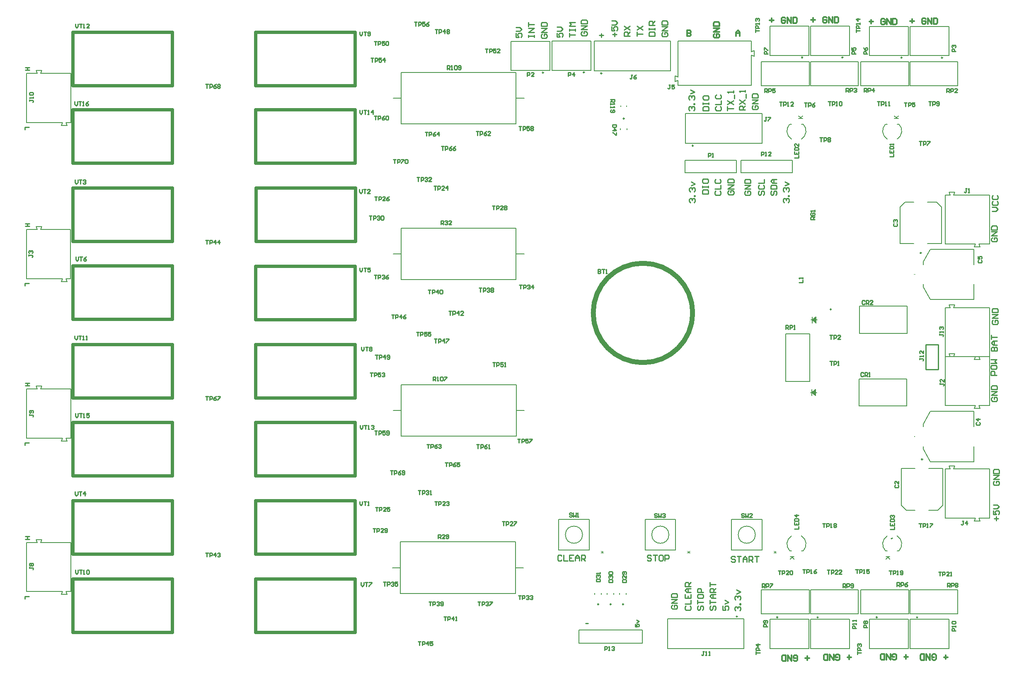
<source format=gbr>
%TF.GenerationSoftware,Altium Limited,Altium Designer,21.6.4 (81)*%
G04 Layer_Color=65535*
%FSLAX43Y43*%
%MOMM*%
%TF.SameCoordinates,95A2699C-722C-4572-8EE5-7BEA9F810E30*%
%TF.FilePolarity,Positive*%
%TF.FileFunction,Legend,Top*%
%TF.Part,Single*%
G01*
G75*
%TA.AperFunction,NonConductor*%
%ADD92C,0.250*%
%ADD93C,0.152*%
%ADD94C,0.200*%
%ADD96C,0.254*%
%ADD97C,0.076*%
%ADD128C,1.016*%
%ADD129C,0.635*%
%ADD130C,0.300*%
D92*
X-76939Y112600D02*
G03*
X-76939Y112600I-125J0D01*
G01*
X-34673Y73581D02*
G03*
X-34673Y73581I-125J0D01*
G01*
X-53850Y10795D02*
G03*
X-53850Y10795I-125J0D01*
G01*
X-77116Y13304D02*
G03*
X-77116Y13304I-125J0D01*
G01*
X-79656D02*
G03*
X-79656Y13304I-125J0D01*
G01*
X-82196D02*
G03*
X-82196Y13304I-125J0D01*
G01*
X-17020Y10645D02*
G03*
X-17020Y10645I-125J0D01*
G01*
X-25275D02*
G03*
X-25275Y10645I-125J0D01*
G01*
X-45595D02*
G03*
X-45595Y10645I-125J0D01*
G01*
X-37340D02*
G03*
X-37340Y10645I-125J0D01*
G01*
X-16004Y42934D02*
G03*
X-16004Y42934I-125J0D01*
G01*
X-16258Y85123D02*
G03*
X-16258Y85123I-125J0D01*
G01*
X-62867Y107027D02*
G03*
X-62867Y107027I-125J0D01*
G01*
X-11940Y125038D02*
G03*
X-11940Y125038I-125J0D01*
G01*
X-20195D02*
G03*
X-20195Y125038I-125J0D01*
G01*
X-32260Y125084D02*
G03*
X-32260Y125084I-125J0D01*
G01*
X-40515D02*
G03*
X-40515Y125084I-125J0D01*
G01*
X-81536Y121840D02*
G03*
X-81536Y121840I-125J0D01*
G01*
X-85092Y122036D02*
G03*
X-85092Y122036I-125J0D01*
G01*
X-93474Y121990D02*
G03*
X-93474Y121990I-125J0D01*
G01*
X-84324Y9362D02*
X-84857D01*
X-82046Y129596D02*
X-81246D01*
X-81646Y129996D02*
Y129196D01*
X-50675Y115250D02*
X-50875Y115050D01*
Y114650D01*
X-50675Y114450D01*
X-49875D01*
X-49675Y114650D01*
Y115050D01*
X-49875Y115250D01*
X-50275D01*
Y114850D01*
X-49675Y115650D02*
X-50875D01*
X-49675Y116449D01*
X-50875D01*
Y116849D02*
X-49675D01*
Y117449D01*
X-49875Y117649D01*
X-50675D01*
X-50875Y117449D01*
Y116849D01*
X-52150Y97775D02*
X-52350Y97575D01*
Y97175D01*
X-52150Y96975D01*
X-51350D01*
X-51150Y97175D01*
Y97575D01*
X-51350Y97775D01*
X-51750D01*
Y97375D01*
X-51150Y98175D02*
X-52350D01*
X-51150Y98974D01*
X-52350D01*
Y99374D02*
X-51150D01*
Y99974D01*
X-51350Y100174D01*
X-52150D01*
X-52350Y99974D01*
Y99374D01*
D93*
X-85496Y27519D02*
G03*
X-85496Y27519I-1753J0D01*
G01*
X-50190D02*
G03*
X-50190Y27519I-1753J0D01*
G01*
X-67843D02*
G03*
X-67843Y27519I-1753J0D01*
G01*
X-90373Y30643D02*
X-84125D01*
X-90373Y24395D02*
Y30643D01*
Y24395D02*
X-84125D01*
Y30643D01*
X-55067D02*
X-48819D01*
X-55067Y24395D02*
Y30643D01*
Y24395D02*
X-48819D01*
Y30643D01*
X-72720D02*
X-66472D01*
X-72720Y24395D02*
Y30643D01*
Y24395D02*
X-66472D01*
Y30643D01*
X-38810Y71432D02*
X-37540D01*
X-38556Y70797D02*
Y72067D01*
Y71432D02*
X-37794Y72067D01*
X-38556Y71432D02*
X-37794Y71940D01*
X-38556Y71432D02*
X-37794Y71813D01*
X-38556Y71432D02*
X-37794Y71686D01*
X-38556Y71432D02*
X-37794Y71559D01*
X-38556Y71432D02*
X-37794Y70797D01*
X-38556Y71432D02*
X-37794Y70924D01*
X-38556Y71432D02*
X-37794Y71051D01*
X-38556Y71432D02*
X-37794Y71178D01*
X-38556Y71432D02*
X-37794Y71305D01*
Y70797D02*
Y72067D01*
X-28904Y68650D02*
X-19151D01*
Y74213D01*
X-28904D02*
X-19151D01*
X-28904Y68650D02*
Y74213D01*
X-29032Y53821D02*
Y59383D01*
X-19279D01*
Y53821D02*
Y59383D01*
X-29032Y53821D02*
X-19279D01*
X-37922Y55967D02*
Y57237D01*
X-38684Y56602D02*
X-37922Y56475D01*
X-38684Y56602D02*
X-37922Y56348D01*
X-38684Y56602D02*
X-37922Y56221D01*
X-38684Y56602D02*
X-37922Y56094D01*
X-38684Y56602D02*
X-37922Y55967D01*
X-38684Y56602D02*
X-37922Y56729D01*
X-38684Y56602D02*
X-37922Y56856D01*
X-38684Y56602D02*
X-37922Y56983D01*
X-38684Y56602D02*
X-37922Y57110D01*
X-38684Y56602D02*
X-37922Y57237D01*
X-38684Y55967D02*
Y57237D01*
X-38938Y56602D02*
X-37668D01*
X-22695Y23074D02*
X-23495D01*
X-23228D01*
X-22695Y22541D01*
X-23095Y22941D01*
X-23495Y22541D01*
X-42253Y23074D02*
X-43053D01*
X-42786D01*
X-42253Y22541D01*
X-42653Y22941D01*
X-43053Y22541D01*
X-41313Y112604D02*
X-40513D01*
X-40780D01*
X-41313Y113137D01*
X-40913Y112737D01*
X-40513Y113137D01*
X-21755Y112609D02*
X-20955D01*
X-21222D01*
X-21755Y113142D01*
X-21355Y112742D01*
X-20955Y113142D01*
D94*
X-17600Y80732D02*
G03*
X-17700Y80732I-50J0D01*
G01*
D02*
G03*
X-17600Y80732I50J0D01*
G01*
D02*
G03*
X-17700Y80732I-50J0D01*
G01*
X-20782Y24302D02*
G03*
X-21203Y27275I-1443J1312D01*
G01*
X-23247D02*
G03*
X-23604Y24235I1022J-1661D01*
G01*
X-40340Y24302D02*
G03*
X-40761Y27275I-1443J1312D01*
G01*
X-42805D02*
G03*
X-43162Y24235I1022J-1661D01*
G01*
X-17600Y47585D02*
G03*
X-17700Y47585I-50J0D01*
G01*
D02*
G03*
X-17600Y47585I50J0D01*
G01*
D02*
G03*
X-17700Y47585I-50J0D01*
G01*
X-43226Y111376D02*
G03*
X-42805Y108403I1443J-1312D01*
G01*
X-40761D02*
G03*
X-40404Y111443I-1022J1661D01*
G01*
X-21203Y108408D02*
G03*
X-20846Y111448I-1022J1661D01*
G01*
X-23668Y111381D02*
G03*
X-23247Y108408I1443J-1312D01*
G01*
X-122571Y111473D02*
X-99071D01*
X-122571D02*
Y121973D01*
X-99071D01*
Y111473D02*
Y121973D01*
Y116723D02*
X-97441D01*
X-124201D02*
X-122571D01*
Y79673D02*
X-99071D01*
X-122571D02*
Y90173D01*
X-99071D01*
Y79673D02*
Y90173D01*
Y84923D02*
X-97441D01*
X-124201D02*
X-122571D01*
X-122698Y15538D02*
X-99198D01*
X-122698D02*
Y26038D01*
X-99198D01*
Y15538D02*
Y26038D01*
Y20788D02*
X-97568D01*
X-124328D02*
X-122698D01*
X-77714Y115026D02*
Y115272D01*
X-76464Y115026D02*
Y115272D01*
X-76414Y110325D02*
Y110575D01*
X-77764Y110325D02*
Y110575D01*
X-52525Y4195D02*
Y10295D01*
X-68125D02*
X-52525D01*
X-68125Y4195D02*
Y10295D01*
Y4195D02*
X-52525D01*
X-73256Y5346D02*
Y8036D01*
X-86256D02*
X-73256D01*
X-86256Y5346D02*
Y8036D01*
Y5346D02*
X-73256D01*
X-76541Y15329D02*
Y15579D01*
X-77891Y15329D02*
Y15579D01*
X-80431Y15329D02*
Y15579D01*
X-79081Y15329D02*
Y15579D01*
X-82971Y15329D02*
Y15579D01*
X-81621Y15329D02*
Y15579D01*
X-8826Y119278D02*
Y124238D01*
X-18606Y119278D02*
X-8826D01*
X-18606D02*
Y124238D01*
X-8826D01*
X-18859Y119273D02*
Y124233D01*
X-28639Y119273D02*
X-18859D01*
X-28639D02*
Y124233D01*
X-18859D01*
X-29146Y119278D02*
Y124238D01*
X-38926Y119278D02*
X-29146D01*
X-38926D02*
Y124238D01*
X-29146D01*
X-39179Y119278D02*
Y124238D01*
X-48959Y119278D02*
X-39179D01*
X-48959D02*
Y124238D01*
X-39179D01*
X-15850Y78157D02*
Y78732D01*
Y78157D02*
X-14450Y75582D01*
X-5550D01*
Y78732D01*
Y82732D02*
Y85882D01*
X-14450D02*
X-5550D01*
X-15850Y83307D02*
X-14450Y85882D01*
X-15850Y82732D02*
Y83307D01*
X-9700Y73932D02*
X-9450Y74532D01*
X-10650D02*
X-9450D01*
X-10650D02*
X-10400Y73932D01*
X-5450Y63332D02*
X-5200Y63932D01*
X-4500D02*
X-4250Y63332D01*
X-5450D02*
X-4250D01*
X-11350Y63932D02*
X-5200D01*
X-4500D02*
X-2350D01*
Y73932D01*
X-11350Y63932D02*
Y73932D01*
X-10400D01*
X-9700D02*
X-2350D01*
X-9700Y63928D02*
X-9450Y64528D01*
X-10650D02*
X-9450D01*
X-10650D02*
X-10400Y63928D01*
X-5450Y53328D02*
X-5200Y53928D01*
X-4500D02*
X-4250Y53328D01*
X-5450D02*
X-4250D01*
X-11350Y53928D02*
X-5200D01*
X-4500D02*
X-2350D01*
Y63928D01*
X-11350Y53928D02*
Y63928D01*
X-10400D01*
X-9700D02*
X-2350D01*
X-9700Y40941D02*
X-2350D01*
X-11350D02*
X-10400D01*
X-11350Y30941D02*
Y40941D01*
X-2350Y30941D02*
Y40941D01*
X-4500Y30941D02*
X-2350D01*
X-11350D02*
X-5200D01*
X-5450Y30341D02*
X-4250D01*
X-4500Y30941D02*
X-4250Y30341D01*
X-5450D02*
X-5200Y30941D01*
X-10650Y41541D02*
X-10400Y40941D01*
X-10650Y41541D02*
X-9450D01*
X-9700Y40941D02*
X-9450Y41541D01*
X-28639Y11318D02*
X-18859D01*
Y16278D01*
X-28639D02*
X-18859D01*
X-28639Y11318D02*
Y16278D01*
X-18606Y11318D02*
X-8826D01*
Y16278D01*
X-18606D02*
X-8826D01*
X-18606Y11318D02*
Y16278D01*
X-38926Y11318D02*
X-29146D01*
Y16278D01*
X-38926D02*
X-29146D01*
X-38926Y11318D02*
Y16278D01*
X-48959Y11318D02*
X-39179D01*
Y16278D01*
X-48959D02*
X-39179D01*
X-48959Y11318D02*
Y16278D01*
X-18585Y10220D02*
X-10625D01*
X-18585Y4270D02*
Y10220D01*
Y4270D02*
X-10625D01*
Y10220D01*
X-26840D02*
X-18880D01*
X-26840Y4270D02*
Y10220D01*
Y4270D02*
X-18880D01*
Y10220D01*
X-47160D02*
X-39200D01*
X-47160Y4270D02*
Y10220D01*
Y4270D02*
X-39200D01*
Y10220D01*
X-38905D02*
X-30945D01*
X-38905Y4270D02*
Y10220D01*
Y4270D02*
X-30945D01*
Y10220D01*
X-21209Y24217D02*
X-20867D01*
X-23604D02*
X-23241D01*
X-20867D02*
X-20782Y24302D01*
X-40767Y24217D02*
X-40425D01*
X-43162D02*
X-42799D01*
X-40425D02*
X-40340Y24302D01*
X-14729Y41034D02*
X-11879D01*
X-20379D02*
X-17529D01*
X-11879Y33534D02*
Y41034D01*
X-12879Y32534D02*
X-11879Y33534D01*
X-14729Y32534D02*
X-12879D01*
X-19379D02*
X-17529D01*
X-20379Y33534D02*
X-19379Y32534D01*
X-20379Y33534D02*
Y41034D01*
X-15850Y45010D02*
Y45585D01*
Y45010D02*
X-14450Y42435D01*
X-5550D01*
Y45585D01*
Y49585D02*
Y52735D01*
X-14450D02*
X-5550D01*
X-15850Y50160D02*
X-14450Y52735D01*
X-15850Y49585D02*
Y50160D01*
X-20633Y87023D02*
X-17783D01*
X-14983D02*
X-12133D01*
X-20633D02*
Y94523D01*
X-19633Y95523D01*
X-17783D01*
X-14983D02*
X-13133D01*
X-12133Y94523D01*
Y87023D02*
Y94523D01*
X-9700Y96948D02*
X-2350D01*
X-11350D02*
X-10400D01*
X-11350Y86948D02*
Y96948D01*
X-2350Y86948D02*
Y96948D01*
X-4500Y86948D02*
X-2350D01*
X-11350D02*
X-5200D01*
X-5450Y86348D02*
X-4250D01*
X-4500Y86948D02*
X-4250Y86348D01*
X-5450D02*
X-5200Y86948D01*
X-10650Y97548D02*
X-10400Y96948D01*
X-10650Y97548D02*
X-9450D01*
X-9700Y96948D02*
X-9450Y97548D01*
X-64442Y113627D02*
X-48842D01*
Y107527D02*
Y113627D01*
X-64442Y107527D02*
X-48842D01*
X-64442D02*
Y113627D01*
X-64579Y104100D02*
X-54039Y104100D01*
X-64579Y101560D02*
Y104100D01*
Y101560D02*
X-54039Y101560D01*
Y104100D01*
X-53149Y101560D02*
X-42609Y101560D01*
Y104100D01*
X-53149Y104100D02*
X-42609Y104100D01*
X-53149Y101560D02*
Y104100D01*
X-43141Y111461D02*
X-42799D01*
X-40767D02*
X-40404D01*
X-43226Y111376D02*
X-43141Y111461D01*
X-23668Y111381D02*
X-23583Y111466D01*
X-21209D02*
X-20846D01*
X-23583D02*
X-23241D01*
X-18585Y125463D02*
Y131413D01*
X-10625D01*
Y125463D02*
Y131413D01*
X-18585Y125463D02*
X-10625D01*
X-26840D02*
Y131413D01*
X-18880D01*
Y125463D02*
Y131413D01*
X-26840Y125463D02*
X-18880D01*
X-38905Y125509D02*
Y131459D01*
X-30945D01*
Y125509D02*
Y131459D01*
X-38905Y125509D02*
X-30945D01*
X-47160D02*
Y131459D01*
X-39200D01*
Y125509D02*
Y131459D01*
X-47160Y125509D02*
X-39200D01*
X-66000Y121070D02*
Y128420D01*
Y119420D02*
Y120370D01*
X-66600Y120120D02*
X-66000Y120370D01*
X-66600Y120120D02*
Y121320D01*
X-66000Y121070D01*
X-51000Y125570D02*
X-50400Y125320D01*
X-51000Y126270D02*
X-50400Y126520D01*
Y125320D02*
Y126520D01*
X-51000Y119420D02*
Y125570D01*
Y126270D02*
Y128420D01*
X-66000D02*
X-51000D01*
X-66000Y119420D02*
X-51000D01*
X-83111Y128440D02*
X-67511D01*
Y122340D02*
Y128440D01*
X-83111Y122340D02*
X-67511D01*
X-83111D02*
Y128440D01*
X-91737Y122461D02*
X-83777D01*
Y128411D01*
X-91737D02*
X-83777D01*
X-91737Y122461D02*
Y128411D01*
X-100119Y122415D02*
X-92159D01*
Y128365D01*
X-100119D02*
X-92159D01*
X-100119Y122415D02*
Y128365D01*
X-122544Y47669D02*
X-99044D01*
X-122544D02*
Y58169D01*
X-99044D01*
Y47669D02*
Y58169D01*
Y52919D02*
X-97414D01*
X-124174D02*
X-122544D01*
X-44009Y58824D02*
X-39049D01*
X-44009D02*
Y68604D01*
X-39049D01*
Y58824D02*
Y68604D01*
X-199064Y111800D02*
X-191714D01*
X-191014D02*
X-190064D01*
Y121800D01*
X-199064Y111800D02*
Y121800D01*
X-196914D01*
X-196214D02*
X-190064D01*
X-197164Y122400D02*
X-195964D01*
X-197164D02*
X-196914Y121800D01*
X-196214D02*
X-195964Y122400D01*
X-191014Y111800D02*
X-190764Y111200D01*
X-191964D02*
X-190764D01*
X-191964D02*
X-191714Y111800D01*
X-199072Y79883D02*
X-191722D01*
X-191022D02*
X-190072D01*
Y89883D01*
X-199072Y79883D02*
Y89883D01*
X-196922D01*
X-196222D02*
X-190072D01*
X-197172Y90483D02*
X-195972D01*
X-197172D02*
X-196922Y89883D01*
X-196222D02*
X-195972Y90483D01*
X-191022Y79883D02*
X-190772Y79283D01*
X-191972D02*
X-190772D01*
X-191972D02*
X-191722Y79883D01*
X-199064Y47284D02*
X-191714D01*
X-191014D02*
X-190064D01*
Y57284D01*
X-199064Y47284D02*
Y57284D01*
X-196914D01*
X-196214D02*
X-190064D01*
X-197164Y57884D02*
X-195964D01*
X-197164D02*
X-196914Y57284D01*
X-196214D02*
X-195964Y57884D01*
X-191014Y47284D02*
X-190764Y46684D01*
X-191964D02*
X-190764D01*
X-191964D02*
X-191714Y47284D01*
X-199064Y15915D02*
X-191714D01*
X-191014D02*
X-190064D01*
Y25915D01*
X-199064Y15915D02*
Y25915D01*
X-196914D01*
X-196214D02*
X-190064D01*
X-197164Y26515D02*
X-195964D01*
X-197164D02*
X-196914Y25915D01*
X-196214D02*
X-195964Y26515D01*
X-191014Y15915D02*
X-190764Y15315D01*
X-191964D02*
X-190764D01*
X-191964D02*
X-191714Y15915D01*
D96*
X-15367Y61301D02*
X-12827D01*
Y62825D02*
Y64857D01*
X-15367Y66381D02*
X-12827D01*
X-15367Y61301D02*
Y66381D01*
X-12827Y61301D02*
Y62825D01*
Y64857D02*
Y66381D01*
X-22352Y26757D02*
X-22225Y26884D01*
X-22479Y26757D02*
X-22352D01*
X-54318Y22931D02*
X-54518Y23131D01*
X-54918D01*
X-55118Y22931D01*
Y22731D01*
X-54918Y22531D01*
X-54518D01*
X-54318Y22331D01*
Y22131D01*
X-54518Y21931D01*
X-54918D01*
X-55118Y22131D01*
X-53918Y23131D02*
X-53119D01*
X-53519D01*
Y21931D01*
X-52719D02*
Y22731D01*
X-52319Y23131D01*
X-51919Y22731D01*
Y21931D01*
Y22531D01*
X-52719D01*
X-51519Y21931D02*
Y23131D01*
X-50919D01*
X-50719Y22931D01*
Y22531D01*
X-50919Y22331D01*
X-51519D01*
X-51119D02*
X-50719Y21931D01*
X-50320Y23131D02*
X-49520D01*
X-49920D01*
Y21931D01*
X-113160Y122623D02*
Y123423D01*
X-112760D01*
X-112626Y123290D01*
Y123023D01*
X-112760Y122890D01*
X-113160D01*
X-112893D02*
X-112626Y122623D01*
X-112360D02*
X-112093D01*
X-112227D01*
Y123423D01*
X-112360Y123290D01*
X-111693D02*
X-111560Y123423D01*
X-111293D01*
X-111160Y123290D01*
Y122756D01*
X-111293Y122623D01*
X-111560D01*
X-111693Y122756D01*
Y123290D01*
X-110894Y122756D02*
X-110760Y122623D01*
X-110494D01*
X-110360Y122756D01*
Y123290D01*
X-110494Y123423D01*
X-110760D01*
X-110894Y123290D01*
Y123156D01*
X-110760Y123023D01*
X-110360D01*
X-114437Y90919D02*
Y91719D01*
X-114037D01*
X-113904Y91586D01*
Y91319D01*
X-114037Y91186D01*
X-114437D01*
X-114171D02*
X-113904Y90919D01*
X-113637Y91586D02*
X-113504Y91719D01*
X-113238D01*
X-113104Y91586D01*
Y91452D01*
X-113238Y91319D01*
X-113371D01*
X-113238D01*
X-113104Y91186D01*
Y91053D01*
X-113238Y90919D01*
X-113504D01*
X-113637Y91053D01*
X-112305Y90919D02*
X-112838D01*
X-112305Y91452D01*
Y91586D01*
X-112438Y91719D01*
X-112704D01*
X-112838Y91586D01*
X-116026Y58990D02*
Y59789D01*
X-115626D01*
X-115493Y59656D01*
Y59390D01*
X-115626Y59256D01*
X-116026D01*
X-115759D02*
X-115493Y58990D01*
X-115226D02*
X-114959D01*
X-115093D01*
Y59789D01*
X-115226Y59656D01*
X-114560D02*
X-114426Y59789D01*
X-114160D01*
X-114026Y59656D01*
Y59123D01*
X-114160Y58990D01*
X-114426D01*
X-114560Y59123D01*
Y59656D01*
X-113760Y59789D02*
X-113227D01*
Y59656D01*
X-113760Y59123D01*
Y58990D01*
X-114997Y26761D02*
Y27561D01*
X-114597D01*
X-114463Y27428D01*
Y27161D01*
X-114597Y27028D01*
X-114997D01*
X-114730D02*
X-114463Y26761D01*
X-113664D02*
X-114197D01*
X-113664Y27294D01*
Y27428D01*
X-113797Y27561D01*
X-114064D01*
X-114197Y27428D01*
X-113397Y26895D02*
X-113264Y26761D01*
X-112997D01*
X-112864Y26895D01*
Y27428D01*
X-112997Y27561D01*
X-113264D01*
X-113397Y27428D01*
Y27294D01*
X-113264Y27161D01*
X-112864D01*
X-131001Y114290D02*
Y113757D01*
X-130735Y113491D01*
X-130468Y113757D01*
Y114290D01*
X-130201D02*
X-129668D01*
X-129935D01*
Y113491D01*
X-129402D02*
X-129135D01*
X-129268D01*
Y114290D01*
X-129402Y114157D01*
X-128335Y113491D02*
Y114290D01*
X-128735Y113891D01*
X-128202D01*
X-131001Y82072D02*
Y81539D01*
X-130734Y81272D01*
X-130467Y81539D01*
Y82072D01*
X-130201D02*
X-129668D01*
X-129934D01*
Y81272D01*
X-128868Y82072D02*
X-129401D01*
Y81672D01*
X-129135Y81806D01*
X-129001D01*
X-128868Y81672D01*
Y81406D01*
X-129001Y81272D01*
X-129268D01*
X-129401Y81406D01*
X-130934Y49903D02*
Y49370D01*
X-130668Y49103D01*
X-130401Y49370D01*
Y49903D01*
X-130135D02*
X-129602D01*
X-129868D01*
Y49103D01*
X-129335D02*
X-129068D01*
X-129202D01*
Y49903D01*
X-129335Y49769D01*
X-128669D02*
X-128535Y49903D01*
X-128269D01*
X-128135Y49769D01*
Y49636D01*
X-128269Y49503D01*
X-128402D01*
X-128269D01*
X-128135Y49370D01*
Y49236D01*
X-128269Y49103D01*
X-128535D01*
X-128669Y49236D01*
X-130734Y17777D02*
Y17244D01*
X-130468Y16977D01*
X-130201Y17244D01*
Y17777D01*
X-129935D02*
X-129402D01*
X-129668D01*
Y16977D01*
X-129135Y17777D02*
X-128602D01*
Y17643D01*
X-129135Y17110D01*
Y16977D01*
X-199301Y26630D02*
X-198501D01*
X-198901D01*
Y27163D01*
X-199301D01*
X-198501D01*
X-198590Y14946D02*
X-199390D01*
Y14413D01*
X-126203Y17859D02*
X-125670D01*
X-125936D01*
Y17059D01*
X-125403D02*
Y17859D01*
X-125003D01*
X-124870Y17725D01*
Y17459D01*
X-125003Y17325D01*
X-125403D01*
X-124603Y17725D02*
X-124470Y17859D01*
X-124203D01*
X-124070Y17725D01*
Y17592D01*
X-124203Y17459D01*
X-124337D01*
X-124203D01*
X-124070Y17325D01*
Y17192D01*
X-124203Y17059D01*
X-124470D01*
X-124603Y17192D01*
X-123270Y17859D02*
X-123804D01*
Y17459D01*
X-123537Y17592D01*
X-123404D01*
X-123270Y17459D01*
Y17192D01*
X-123404Y17059D01*
X-123670D01*
X-123804Y17192D01*
X-55600Y97850D02*
X-55800Y97650D01*
Y97250D01*
X-55600Y97050D01*
X-54800D01*
X-54600Y97250D01*
Y97650D01*
X-54800Y97850D01*
X-55200D01*
Y97450D01*
X-54600Y98250D02*
X-55800D01*
X-54600Y99049D01*
X-55800D01*
Y99449D02*
X-54600D01*
Y100049D01*
X-54800Y100249D01*
X-55600D01*
X-55800Y100049D01*
Y99449D01*
X-93775Y129850D02*
X-93975Y129650D01*
Y129250D01*
X-93775Y129050D01*
X-92975D01*
X-92775Y129250D01*
Y129650D01*
X-92975Y129850D01*
X-93375D01*
Y129450D01*
X-92775Y130250D02*
X-93975D01*
X-92775Y131049D01*
X-93975D01*
Y131449D02*
X-92775D01*
Y132049D01*
X-92975Y132249D01*
X-93775D01*
X-93975Y132049D01*
Y131449D01*
X-85575Y130375D02*
X-85775Y130175D01*
Y129775D01*
X-85575Y129575D01*
X-84775D01*
X-84575Y129775D01*
Y130175D01*
X-84775Y130375D01*
X-85175D01*
Y129975D01*
X-84575Y130775D02*
X-85775D01*
X-84575Y131574D01*
X-85775D01*
Y131974D02*
X-84575D01*
Y132574D01*
X-84775Y132774D01*
X-85575D01*
X-85775Y132574D01*
Y131974D01*
X-69129Y130179D02*
X-69329Y129979D01*
Y129579D01*
X-69129Y129379D01*
X-68329D01*
X-68129Y129579D01*
Y129979D01*
X-68329Y130179D01*
X-68729D01*
Y129779D01*
X-68129Y130579D02*
X-69329D01*
X-68129Y131378D01*
X-69329D01*
Y131778D02*
X-68129D01*
Y132378D01*
X-68329Y132578D01*
X-69129D01*
X-69329Y132378D01*
Y131778D01*
X-74714Y9256D02*
Y8723D01*
X-74314D01*
X-74447Y8990D01*
Y9123D01*
X-74314Y9256D01*
X-74047D01*
X-73914Y9123D01*
Y8856D01*
X-74047Y8723D01*
X-74447Y9523D02*
X-73914Y9789D01*
X-74447Y10056D01*
X-63611Y114260D02*
X-63811Y114460D01*
Y114860D01*
X-63611Y115060D01*
X-63411D01*
X-63211Y114860D01*
Y114660D01*
Y114860D01*
X-63011Y115060D01*
X-62811D01*
X-62611Y114860D01*
Y114460D01*
X-62811Y114260D01*
X-62611Y115460D02*
X-62811D01*
Y115660D01*
X-62611D01*
Y115460D01*
X-63611Y116459D02*
X-63811Y116659D01*
Y117059D01*
X-63611Y117259D01*
X-63411D01*
X-63211Y117059D01*
Y116859D01*
Y117059D01*
X-63011Y117259D01*
X-62811D01*
X-62611Y117059D01*
Y116659D01*
X-62811Y116459D01*
X-63411Y117659D02*
X-62611Y118059D01*
X-63411Y118459D01*
X-99117Y130046D02*
Y129246D01*
X-98517D01*
X-98717Y129646D01*
Y129846D01*
X-98517Y130046D01*
X-98117D01*
X-97917Y129846D01*
Y129446D01*
X-98117Y129246D01*
X-99117Y130446D02*
X-98317D01*
X-97917Y130845D01*
X-98317Y131245D01*
X-99117D01*
X-90735Y130092D02*
Y129292D01*
X-90135D01*
X-90335Y129692D01*
Y129892D01*
X-90135Y130092D01*
X-89735D01*
X-89535Y129892D01*
Y129492D01*
X-89735Y129292D01*
X-90735Y130492D02*
X-89935D01*
X-89535Y130891D01*
X-89935Y131291D01*
X-90735D01*
X-44307Y95464D02*
X-44507Y95664D01*
Y96064D01*
X-44307Y96264D01*
X-44107D01*
X-43907Y96064D01*
Y95864D01*
Y96064D01*
X-43707Y96264D01*
X-43507D01*
X-43307Y96064D01*
Y95664D01*
X-43507Y95464D01*
X-43307Y96664D02*
X-43507D01*
Y96864D01*
X-43307D01*
Y96664D01*
X-44307Y97663D02*
X-44507Y97863D01*
Y98263D01*
X-44307Y98463D01*
X-44107D01*
X-43907Y98263D01*
Y98063D01*
Y98263D01*
X-43707Y98463D01*
X-43507D01*
X-43307Y98263D01*
Y97863D01*
X-43507Y97663D01*
X-44107Y98863D02*
X-43307Y99263D01*
X-44107Y99663D01*
X-63484Y95464D02*
X-63684Y95664D01*
Y96064D01*
X-63484Y96264D01*
X-63284D01*
X-63084Y96064D01*
Y95864D01*
Y96064D01*
X-62884Y96264D01*
X-62684D01*
X-62484Y96064D01*
Y95664D01*
X-62684Y95464D01*
X-62484Y96664D02*
X-62684D01*
Y96864D01*
X-62484D01*
Y96664D01*
X-63484Y97663D02*
X-63684Y97863D01*
Y98263D01*
X-63484Y98463D01*
X-63284D01*
X-63084Y98263D01*
Y98063D01*
Y98263D01*
X-62884Y98463D01*
X-62684D01*
X-62484Y98263D01*
Y97863D01*
X-62684Y97663D01*
X-63284Y98863D02*
X-62484Y99263D01*
X-63284Y99663D01*
X-88195Y129292D02*
Y130092D01*
Y129692D01*
X-86995D01*
X-88195Y130492D02*
Y130891D01*
Y130692D01*
X-86995D01*
Y130492D01*
Y130891D01*
Y131491D02*
X-88195D01*
X-87795Y131891D01*
X-88195Y132291D01*
X-86995D01*
X-96577Y129246D02*
Y129646D01*
Y129446D01*
X-95377D01*
Y129246D01*
Y129646D01*
Y130246D02*
X-96577D01*
X-95377Y131045D01*
X-96577D01*
Y131445D02*
Y132245D01*
Y131845D01*
X-95377D01*
X-75819Y129500D02*
X-77019D01*
Y130100D01*
X-76819Y130300D01*
X-76419D01*
X-76219Y130100D01*
Y129500D01*
Y129900D02*
X-75819Y130300D01*
X-77019Y130700D02*
X-75819Y131499D01*
X-77019D02*
X-75819Y130700D01*
X-78959Y129373D02*
Y130173D01*
X-79359Y129773D02*
X-78559D01*
X-79559Y131372D02*
Y130573D01*
X-78959D01*
X-79159Y130972D01*
Y131172D01*
X-78959Y131372D01*
X-78559D01*
X-78359Y131172D01*
Y130773D01*
X-78559Y130573D01*
X-79559Y131772D02*
X-78759D01*
X-78359Y132172D01*
X-78759Y132572D01*
X-79559D01*
X-74352Y129500D02*
Y130300D01*
Y129900D01*
X-73152D01*
X-74352Y130700D02*
X-73152Y131499D01*
X-74352D02*
X-73152Y130700D01*
X-71939Y129500D02*
X-70739D01*
Y130100D01*
X-70939Y130300D01*
X-71739D01*
X-71939Y130100D01*
Y129500D01*
Y130700D02*
Y131099D01*
Y130900D01*
X-70739D01*
Y130700D01*
Y131099D01*
Y131699D02*
X-71939D01*
Y132299D01*
X-71739Y132499D01*
X-71339D01*
X-71139Y132299D01*
Y131699D01*
Y132099D02*
X-70739Y132499D01*
X-52270Y114387D02*
X-53470D01*
Y114987D01*
X-53270Y115187D01*
X-52870D01*
X-52670Y114987D01*
Y114387D01*
Y114787D02*
X-52270Y115187D01*
X-53470Y115587D02*
X-52270Y116386D01*
X-53470D02*
X-52270Y115587D01*
X-52070Y116786D02*
Y117586D01*
X-52270Y117986D02*
Y118386D01*
Y118186D01*
X-53470D01*
X-53270Y117986D01*
X-55883Y114260D02*
Y115060D01*
Y114660D01*
X-54683D01*
X-55883Y115460D02*
X-54683Y116259D01*
X-55883D02*
X-54683Y115460D01*
X-54483Y116659D02*
Y117459D01*
X-54683Y117859D02*
Y118259D01*
Y118059D01*
X-55883D01*
X-55683Y117859D01*
X-60890Y114260D02*
X-59690D01*
Y114860D01*
X-59890Y115060D01*
X-60690D01*
X-60890Y114860D01*
Y114260D01*
Y115460D02*
Y115859D01*
Y115660D01*
X-59690D01*
Y115460D01*
Y115859D01*
X-60890Y117059D02*
Y116659D01*
X-60690Y116459D01*
X-59890D01*
X-59690Y116659D01*
Y117059D01*
X-59890Y117259D01*
X-60690D01*
X-60890Y117059D01*
X-58150Y115060D02*
X-58350Y114860D01*
Y114460D01*
X-58150Y114260D01*
X-57350D01*
X-57150Y114460D01*
Y114860D01*
X-57350Y115060D01*
X-58350Y115460D02*
X-57150D01*
Y116259D01*
X-58150Y117459D02*
X-58350Y117259D01*
Y116859D01*
X-58150Y116659D01*
X-57350D01*
X-57150Y116859D01*
Y117259D01*
X-57350Y117459D01*
X-64373Y12952D02*
X-64573Y12752D01*
Y12352D01*
X-64373Y12152D01*
X-63573D01*
X-63373Y12352D01*
Y12752D01*
X-63573Y12952D01*
X-64573Y13352D02*
X-63373D01*
Y14151D01*
X-64573Y15351D02*
Y14551D01*
X-63373D01*
Y15351D01*
X-63973Y14551D02*
Y14951D01*
X-63373Y15751D02*
X-64173D01*
X-64573Y16151D01*
X-64173Y16551D01*
X-63373D01*
X-63973D01*
Y15751D01*
X-63373Y16950D02*
X-64573D01*
Y17550D01*
X-64373Y17750D01*
X-63973D01*
X-63773Y17550D01*
Y16950D01*
Y17350D02*
X-63373Y17750D01*
X-61833Y12952D02*
X-62033Y12752D01*
Y12352D01*
X-61833Y12152D01*
X-61633D01*
X-61433Y12352D01*
Y12752D01*
X-61233Y12952D01*
X-61033D01*
X-60833Y12752D01*
Y12352D01*
X-61033Y12152D01*
X-62033Y13352D02*
Y14151D01*
Y13751D01*
X-60833D01*
X-62033Y15151D02*
Y14751D01*
X-61833Y14551D01*
X-61033D01*
X-60833Y14751D01*
Y15151D01*
X-61033Y15351D01*
X-61833D01*
X-62033Y15151D01*
X-60833Y15751D02*
X-62033D01*
Y16351D01*
X-61833Y16551D01*
X-61433D01*
X-61233Y16351D01*
Y15751D01*
X-59293Y12952D02*
X-59493Y12752D01*
Y12352D01*
X-59293Y12152D01*
X-59093D01*
X-58893Y12352D01*
Y12752D01*
X-58693Y12952D01*
X-58493D01*
X-58293Y12752D01*
Y12352D01*
X-58493Y12152D01*
X-59493Y13352D02*
Y14151D01*
Y13751D01*
X-58293D01*
Y14551D02*
X-59093D01*
X-59493Y14951D01*
X-59093Y15351D01*
X-58293D01*
X-58893D01*
Y14551D01*
X-58293Y15751D02*
X-59493D01*
Y16351D01*
X-59293Y16551D01*
X-58893D01*
X-58693Y16351D01*
Y15751D01*
Y16151D02*
X-58293Y16551D01*
X-59493Y16950D02*
Y17750D01*
Y17350D01*
X-58293D01*
X-56826Y12952D02*
Y12152D01*
X-56226D01*
X-56426Y12552D01*
Y12752D01*
X-56226Y12952D01*
X-55826D01*
X-55626Y12752D01*
Y12352D01*
X-55826Y12152D01*
X-56426Y13352D02*
X-55626Y13751D01*
X-56426Y14151D01*
X-54213Y12025D02*
X-54413Y12225D01*
Y12625D01*
X-54213Y12825D01*
X-54013D01*
X-53813Y12625D01*
Y12425D01*
Y12625D01*
X-53613Y12825D01*
X-53413D01*
X-53213Y12625D01*
Y12225D01*
X-53413Y12025D01*
X-53213Y13225D02*
X-53413D01*
Y13425D01*
X-53213D01*
Y13225D01*
X-54213Y14224D02*
X-54413Y14424D01*
Y14824D01*
X-54213Y15024D01*
X-54013D01*
X-53813Y14824D01*
Y14624D01*
Y14824D01*
X-53613Y15024D01*
X-53413D01*
X-53213Y14824D01*
Y14424D01*
X-53413Y14224D01*
X-54013Y15424D02*
X-53213Y15824D01*
X-54013Y16224D01*
X-67130Y13130D02*
X-67330Y12930D01*
Y12530D01*
X-67130Y12330D01*
X-66330D01*
X-66130Y12530D01*
Y12930D01*
X-66330Y13130D01*
X-66730D01*
Y12730D01*
X-66130Y13530D02*
X-67330D01*
X-66130Y14330D01*
X-67330D01*
Y14730D02*
X-66130D01*
Y15329D01*
X-66330Y15529D01*
X-67130D01*
X-67330Y15329D01*
Y14730D01*
X-89751Y23185D02*
X-89951Y23385D01*
X-90351D01*
X-90551Y23185D01*
Y22385D01*
X-90351Y22185D01*
X-89951D01*
X-89751Y22385D01*
X-89351Y23385D02*
Y22185D01*
X-88552D01*
X-87352Y23385D02*
X-88152D01*
Y22185D01*
X-87352D01*
X-88152Y22785D02*
X-87752D01*
X-86952Y22185D02*
Y22985D01*
X-86552Y23385D01*
X-86152Y22985D01*
Y22185D01*
Y22785D01*
X-86952D01*
X-85753Y22185D02*
Y23385D01*
X-85153D01*
X-84953Y23185D01*
Y22785D01*
X-85153Y22585D01*
X-85753D01*
X-85353D02*
X-84953Y22185D01*
X-71463Y23185D02*
X-71663Y23385D01*
X-72063D01*
X-72263Y23185D01*
Y22985D01*
X-72063Y22785D01*
X-71663D01*
X-71463Y22585D01*
Y22385D01*
X-71663Y22185D01*
X-72063D01*
X-72263Y22385D01*
X-71063Y23385D02*
X-70264D01*
X-70664D01*
Y22185D01*
X-69264Y23385D02*
X-69664D01*
X-69864Y23185D01*
Y22385D01*
X-69664Y22185D01*
X-69264D01*
X-69064Y22385D01*
Y23185D01*
X-69264Y23385D01*
X-68664Y22185D02*
Y23385D01*
X-68064D01*
X-67864Y23185D01*
Y22785D01*
X-68064Y22585D01*
X-68664D01*
X-49387Y97788D02*
X-49587Y97588D01*
Y97188D01*
X-49387Y96988D01*
X-49187D01*
X-48987Y97188D01*
Y97588D01*
X-48787Y97788D01*
X-48587D01*
X-48387Y97588D01*
Y97188D01*
X-48587Y96988D01*
X-49387Y98987D02*
X-49587Y98787D01*
Y98388D01*
X-49387Y98188D01*
X-48587D01*
X-48387Y98388D01*
Y98787D01*
X-48587Y98987D01*
X-49587Y99387D02*
X-48387D01*
Y100187D01*
X-46847Y97788D02*
X-47047Y97588D01*
Y97188D01*
X-46847Y96988D01*
X-46647D01*
X-46447Y97188D01*
Y97588D01*
X-46247Y97788D01*
X-46047D01*
X-45847Y97588D01*
Y97188D01*
X-46047Y96988D01*
X-47047Y98188D02*
X-45847D01*
Y98787D01*
X-46047Y98987D01*
X-46847D01*
X-47047Y98787D01*
Y98188D01*
X-45847Y99387D02*
X-46647D01*
X-47047Y99787D01*
X-46647Y100187D01*
X-45847D01*
X-46447D01*
Y99387D01*
X-58277Y97788D02*
X-58477Y97588D01*
Y97188D01*
X-58277Y96988D01*
X-57477D01*
X-57277Y97188D01*
Y97588D01*
X-57477Y97788D01*
X-58477Y98188D02*
X-57277D01*
Y98987D01*
X-58277Y100187D02*
X-58477Y99987D01*
Y99587D01*
X-58277Y99387D01*
X-57477D01*
X-57277Y99587D01*
Y99987D01*
X-57477Y100187D01*
X-61017Y97242D02*
X-59817D01*
Y97842D01*
X-60017Y98042D01*
X-60817D01*
X-61017Y97842D01*
Y97242D01*
Y98442D02*
Y98841D01*
Y98642D01*
X-59817D01*
Y98442D01*
Y98841D01*
X-61017Y100041D02*
Y99641D01*
X-60817Y99441D01*
X-60017D01*
X-59817Y99641D01*
Y100041D01*
X-60017Y100241D01*
X-60817D01*
X-61017Y100041D01*
X-199301Y57999D02*
X-198501D01*
X-198901D01*
Y58532D01*
X-199301D01*
X-198501D01*
X-198590Y46315D02*
X-199390D01*
Y45782D01*
X-199309Y90598D02*
X-198509D01*
X-198909D01*
Y91131D01*
X-199309D01*
X-198509D01*
X-198598Y78914D02*
X-199398D01*
Y78381D01*
X-198590Y110831D02*
X-199390D01*
Y110298D01*
X-199301Y122515D02*
X-198501D01*
X-198901D01*
Y123048D01*
X-199301D01*
X-198501D01*
X-1762Y88263D02*
X-1962Y88063D01*
Y87663D01*
X-1762Y87463D01*
X-962D01*
X-762Y87663D01*
Y88063D01*
X-962Y88263D01*
X-1362D01*
Y87863D01*
X-762Y88663D02*
X-1962D01*
X-762Y89462D01*
X-1962D01*
Y89862D02*
X-762D01*
Y90462D01*
X-962Y90662D01*
X-1762D01*
X-1962Y90462D01*
Y89862D01*
X-1835Y93686D02*
X-1035D01*
X-635Y94086D01*
X-1035Y94486D01*
X-1835D01*
X-1635Y95685D02*
X-1835Y95485D01*
Y95086D01*
X-1635Y94886D01*
X-835D01*
X-635Y95086D01*
Y95485D01*
X-835Y95685D01*
X-1635Y96885D02*
X-1835Y96685D01*
Y96285D01*
X-1635Y96085D01*
X-835D01*
X-635Y96285D01*
Y96685D01*
X-835Y96885D01*
X-981Y30440D02*
Y31240D01*
X-1381Y30840D02*
X-581D01*
X-1581Y32439D02*
Y31640D01*
X-981D01*
X-1181Y32039D01*
Y32239D01*
X-981Y32439D01*
X-581D01*
X-381Y32239D01*
Y31840D01*
X-581Y31640D01*
X-1581Y32839D02*
X-781D01*
X-381Y33239D01*
X-781Y33639D01*
X-1581D01*
X-1381Y38479D02*
X-1581Y38279D01*
Y37879D01*
X-1381Y37679D01*
X-581D01*
X-381Y37879D01*
Y38279D01*
X-581Y38479D01*
X-981D01*
Y38079D01*
X-381Y38879D02*
X-1581D01*
X-381Y39678D01*
X-1581D01*
Y40078D02*
X-381D01*
Y40678D01*
X-581Y40878D01*
X-1381D01*
X-1581Y40678D01*
Y40078D01*
X-1762Y55624D02*
X-1962Y55424D01*
Y55024D01*
X-1762Y54824D01*
X-962D01*
X-762Y55024D01*
Y55424D01*
X-962Y55624D01*
X-1362D01*
Y55224D01*
X-762Y56024D02*
X-1962D01*
X-762Y56823D01*
X-1962D01*
Y57223D02*
X-762D01*
Y57823D01*
X-962Y58023D01*
X-1762D01*
X-1962Y57823D01*
Y57223D01*
X-889Y60158D02*
X-2089D01*
Y60758D01*
X-1889Y60958D01*
X-1489D01*
X-1289Y60758D01*
Y60158D01*
X-2089Y61957D02*
Y61558D01*
X-1889Y61358D01*
X-1089D01*
X-889Y61558D01*
Y61957D01*
X-1089Y62157D01*
X-1889D01*
X-2089Y61957D01*
Y62557D02*
X-889D01*
X-1289Y62957D01*
X-889Y63357D01*
X-2089D01*
X-1962Y65111D02*
X-762D01*
Y65711D01*
X-962Y65911D01*
X-1162D01*
X-1362Y65711D01*
Y65111D01*
Y65711D01*
X-1562Y65911D01*
X-1762D01*
X-1962Y65711D01*
Y65111D01*
X-762Y66311D02*
X-1562D01*
X-1962Y66710D01*
X-1562Y67110D01*
X-762D01*
X-1362D01*
Y66311D01*
X-1962Y67510D02*
Y68310D01*
Y67910D01*
X-762D01*
X-1635Y71372D02*
X-1835Y71172D01*
Y70772D01*
X-1635Y70572D01*
X-835D01*
X-635Y70772D01*
Y71172D01*
X-835Y71372D01*
X-1235D01*
Y70972D01*
X-635Y71772D02*
X-1835D01*
X-635Y72571D01*
X-1835D01*
Y72971D02*
X-635D01*
Y73571D01*
X-835Y73771D01*
X-1635D01*
X-1835Y73571D01*
Y72971D01*
X-78600Y111366D02*
X-79400D01*
Y110966D01*
X-79267Y110833D01*
X-78733D01*
X-78600Y110966D01*
Y111366D01*
X-79400Y110167D02*
X-78600D01*
X-79000Y110567D01*
Y110033D01*
X-78600Y109767D02*
Y109234D01*
X-78733D01*
X-79267Y109767D01*
X-79400D01*
X-79775Y116508D02*
X-78975D01*
Y116108D01*
X-79108Y115975D01*
X-79375D01*
X-79508Y116108D01*
Y116508D01*
Y116241D02*
X-79775Y115975D01*
Y115708D02*
Y115442D01*
Y115575D01*
X-78975D01*
X-79108Y115708D01*
X-79775Y115042D02*
Y114775D01*
Y114908D01*
X-78975D01*
X-79108Y115042D01*
X-79642Y114375D02*
X-79775Y114242D01*
Y113975D01*
X-79642Y113842D01*
X-79108D01*
X-78975Y113975D01*
Y114242D01*
X-79108Y114375D01*
X-79242D01*
X-79375Y114242D01*
Y113842D01*
X-38081Y91991D02*
X-38881D01*
Y92391D01*
X-38748Y92524D01*
X-38481D01*
X-38348Y92391D01*
Y91991D01*
Y92258D02*
X-38081Y92524D01*
X-38748Y93324D02*
X-38881Y93191D01*
Y92924D01*
X-38748Y92791D01*
X-38214D01*
X-38081Y92924D01*
Y93191D01*
X-38214Y93324D01*
X-38481D01*
Y93057D01*
X-38081Y93590D02*
Y93857D01*
Y93724D01*
X-38881D01*
X-38748Y93590D01*
X-47885Y112882D02*
X-48152D01*
X-48019D01*
Y112215D01*
X-48152Y112082D01*
X-48285D01*
X-48418Y112215D01*
X-47619Y112882D02*
X-47086D01*
Y112749D01*
X-47619Y112215D01*
Y112082D01*
X-43967Y69556D02*
Y70356D01*
X-43568D01*
X-43434Y70222D01*
Y69956D01*
X-43568Y69823D01*
X-43967D01*
X-43701D02*
X-43434Y69556D01*
X-43168D02*
Y70356D01*
X-42768D01*
X-42634Y70222D01*
Y69956D01*
X-42768Y69823D01*
X-43168D01*
X-42368Y69556D02*
X-42101D01*
X-42235D01*
Y70356D01*
X-42368Y70222D01*
X-41294Y79056D02*
X-40494D01*
Y79589D01*
Y79856D02*
Y80122D01*
Y79989D01*
X-41294D01*
X-41161Y79856D01*
X-12592Y68581D02*
Y68315D01*
Y68448D01*
X-11925D01*
X-11792Y68315D01*
Y68182D01*
X-11925Y68048D01*
X-11792Y68848D02*
Y69115D01*
Y68981D01*
X-12592D01*
X-12459Y68848D01*
Y69515D02*
X-12592Y69648D01*
Y69914D01*
X-12459Y70048D01*
X-12325D01*
X-12192Y69914D01*
Y69781D01*
Y69914D01*
X-12059Y70048D01*
X-11925D01*
X-11792Y69914D01*
Y69648D01*
X-11925Y69515D01*
X-16656Y63628D02*
Y63362D01*
Y63495D01*
X-15989D01*
X-15856Y63362D01*
Y63229D01*
X-15989Y63095D01*
X-15856Y63895D02*
Y64162D01*
Y64028D01*
X-16656D01*
X-16523Y63895D01*
X-15856Y65095D02*
Y64562D01*
X-16389Y65095D01*
X-16523D01*
X-16656Y64961D01*
Y64695D01*
X-16523Y64562D01*
X-60658Y3662D02*
X-60925D01*
X-60792D01*
Y2995D01*
X-60925Y2862D01*
X-61058D01*
X-61191Y2995D01*
X-60392Y2862D02*
X-60125D01*
X-60258D01*
Y3662D01*
X-60392Y3529D01*
X-59725Y2862D02*
X-59459D01*
X-59592D01*
Y3662D01*
X-59725Y3529D01*
X-189233Y116057D02*
Y115524D01*
X-188966Y115257D01*
X-188699Y115524D01*
Y116057D01*
X-188433D02*
X-187900D01*
X-188166D01*
Y115257D01*
X-187633D02*
X-187366D01*
X-187500D01*
Y116057D01*
X-187633Y115924D01*
X-186433Y116057D02*
X-186700Y115924D01*
X-186967Y115657D01*
Y115390D01*
X-186833Y115257D01*
X-186567D01*
X-186433Y115390D01*
Y115524D01*
X-186567Y115657D01*
X-186967D01*
X-189106Y52303D02*
Y51770D01*
X-188839Y51503D01*
X-188572Y51770D01*
Y52303D01*
X-188306D02*
X-187773D01*
X-188039D01*
Y51503D01*
X-187506D02*
X-187239D01*
X-187373D01*
Y52303D01*
X-187506Y52170D01*
X-186306Y52303D02*
X-186840D01*
Y51903D01*
X-186573Y52036D01*
X-186440D01*
X-186306Y51903D01*
Y51636D01*
X-186440Y51503D01*
X-186706D01*
X-186840Y51636D01*
X-189106Y131932D02*
Y131399D01*
X-188839Y131132D01*
X-188572Y131399D01*
Y131932D01*
X-188306D02*
X-187773D01*
X-188039D01*
Y131132D01*
X-187506D02*
X-187239D01*
X-187373D01*
Y131932D01*
X-187506Y131799D01*
X-186306Y131132D02*
X-186840D01*
X-186306Y131665D01*
Y131799D01*
X-186440Y131932D01*
X-186706D01*
X-186840Y131799D01*
X-189226Y68178D02*
Y67645D01*
X-188960Y67378D01*
X-188693Y67645D01*
Y68178D01*
X-188427D02*
X-187893D01*
X-188160D01*
Y67378D01*
X-187627D02*
X-187360D01*
X-187493D01*
Y68178D01*
X-187627Y68045D01*
X-186960Y67378D02*
X-186694D01*
X-186827D01*
Y68178D01*
X-186960Y68045D01*
X-189106Y20299D02*
Y19766D01*
X-188839Y19499D01*
X-188572Y19766D01*
Y20299D01*
X-188306D02*
X-187773D01*
X-188039D01*
Y19499D01*
X-187506D02*
X-187239D01*
X-187373D01*
Y20299D01*
X-187506Y20166D01*
X-186840D02*
X-186706Y20299D01*
X-186440D01*
X-186306Y20166D01*
Y19632D01*
X-186440Y19499D01*
X-186706D01*
X-186840Y19632D01*
Y20166D01*
X-131000Y130345D02*
Y129812D01*
X-130734Y129545D01*
X-130467Y129812D01*
Y130345D01*
X-130201D02*
X-129667D01*
X-129934D01*
Y129545D01*
X-129401Y129679D02*
X-129268Y129545D01*
X-129001D01*
X-128868Y129679D01*
Y130212D01*
X-129001Y130345D01*
X-129268D01*
X-129401Y130212D01*
Y130078D01*
X-129268Y129945D01*
X-128868D01*
X-130668Y65902D02*
Y65368D01*
X-130402Y65102D01*
X-130135Y65368D01*
Y65902D01*
X-129868D02*
X-129335D01*
X-129602D01*
Y65102D01*
X-129069Y65768D02*
X-128935Y65902D01*
X-128669D01*
X-128535Y65768D01*
Y65635D01*
X-128669Y65502D01*
X-128535Y65368D01*
Y65235D01*
X-128669Y65102D01*
X-128935D01*
X-129069Y65235D01*
Y65368D01*
X-128935Y65502D01*
X-129069Y65635D01*
Y65768D01*
X-128935Y65502D02*
X-128669D01*
X-189026Y84307D02*
Y83774D01*
X-188760Y83507D01*
X-188493Y83774D01*
Y84307D01*
X-188227D02*
X-187693D01*
X-187960D01*
Y83507D01*
X-186894Y84307D02*
X-187160Y84174D01*
X-187427Y83907D01*
Y83640D01*
X-187294Y83507D01*
X-187027D01*
X-186894Y83640D01*
Y83774D01*
X-187027Y83907D01*
X-187427D01*
X-189153Y36301D02*
Y35768D01*
X-188887Y35501D01*
X-188620Y35768D01*
Y36301D01*
X-188354D02*
X-187820D01*
X-188087D01*
Y35501D01*
X-187154D02*
Y36301D01*
X-187554Y35901D01*
X-187021D01*
X-189153Y100055D02*
Y99522D01*
X-188887Y99255D01*
X-188620Y99522D01*
Y100055D01*
X-188354D02*
X-187820D01*
X-188087D01*
Y99255D01*
X-187554Y99922D02*
X-187421Y100055D01*
X-187154D01*
X-187021Y99922D01*
Y99788D01*
X-187154Y99655D01*
X-187287D01*
X-187154D01*
X-187021Y99522D01*
Y99388D01*
X-187154Y99255D01*
X-187421D01*
X-187554Y99388D01*
X-131067Y98126D02*
Y97593D01*
X-130800Y97326D01*
X-130534Y97593D01*
Y98126D01*
X-130267D02*
X-129734D01*
X-130000D01*
Y97326D01*
X-128934D02*
X-129467D01*
X-128934Y97860D01*
Y97993D01*
X-129067Y98126D01*
X-129334D01*
X-129467Y97993D01*
X-131000Y34313D02*
Y33780D01*
X-130733Y33514D01*
X-130467Y33780D01*
Y34313D01*
X-130200D02*
X-129667D01*
X-129934D01*
Y33514D01*
X-129400D02*
X-129134D01*
X-129267D01*
Y34313D01*
X-129400Y34180D01*
X-124148Y104246D02*
X-123615D01*
X-123882D01*
Y103446D01*
X-123348D02*
Y104246D01*
X-122949D01*
X-122815Y104113D01*
Y103846D01*
X-122949Y103713D01*
X-123348D01*
X-122549Y104246D02*
X-122016D01*
Y104113D01*
X-122549Y103579D01*
Y103446D01*
X-121749Y104113D02*
X-121616Y104246D01*
X-121349D01*
X-121216Y104113D01*
Y103579D01*
X-121349Y103446D01*
X-121616D01*
X-121749Y103579D01*
Y104113D01*
X-124783Y40619D02*
X-124250D01*
X-124517D01*
Y39819D01*
X-123983D02*
Y40619D01*
X-123584D01*
X-123450Y40486D01*
Y40219D01*
X-123584Y40086D01*
X-123983D01*
X-122651Y40619D02*
X-122917Y40486D01*
X-123184Y40219D01*
Y39952D01*
X-123050Y39819D01*
X-122784D01*
X-122651Y39952D01*
Y40086D01*
X-122784Y40219D01*
X-123184D01*
X-122384Y39952D02*
X-122251Y39819D01*
X-121984D01*
X-121851Y39952D01*
Y40486D01*
X-121984Y40619D01*
X-122251D01*
X-122384Y40486D01*
Y40352D01*
X-122251Y40219D01*
X-121851D01*
X-162484Y119606D02*
X-161951D01*
X-162217D01*
Y118807D01*
X-161684D02*
Y119606D01*
X-161284D01*
X-161151Y119473D01*
Y119206D01*
X-161284Y119073D01*
X-161684D01*
X-160351Y119606D02*
X-160618Y119473D01*
X-160884Y119206D01*
Y118940D01*
X-160751Y118807D01*
X-160484D01*
X-160351Y118940D01*
Y119073D01*
X-160484Y119206D01*
X-160884D01*
X-160085Y119473D02*
X-159951Y119606D01*
X-159685D01*
X-159551Y119473D01*
Y119340D01*
X-159685Y119206D01*
X-159551Y119073D01*
Y118940D01*
X-159685Y118807D01*
X-159951D01*
X-160085Y118940D01*
Y119073D01*
X-159951Y119206D01*
X-160085Y119340D01*
Y119473D01*
X-159951Y119206D02*
X-159685D01*
X-162484Y55802D02*
X-161951D01*
X-162217D01*
Y55002D01*
X-161684D02*
Y55802D01*
X-161284D01*
X-161151Y55668D01*
Y55402D01*
X-161284Y55268D01*
X-161684D01*
X-160351Y55802D02*
X-160618Y55668D01*
X-160884Y55402D01*
Y55135D01*
X-160751Y55002D01*
X-160484D01*
X-160351Y55135D01*
Y55268D01*
X-160484Y55402D01*
X-160884D01*
X-160085Y55802D02*
X-159551D01*
Y55668D01*
X-160085Y55135D01*
Y55002D01*
X-114369Y106913D02*
X-113836D01*
X-114103D01*
Y106113D01*
X-113569D02*
Y106913D01*
X-113170D01*
X-113036Y106780D01*
Y106513D01*
X-113170Y106380D01*
X-113569D01*
X-112237Y106913D02*
X-112503Y106780D01*
X-112770Y106513D01*
Y106246D01*
X-112636Y106113D01*
X-112370D01*
X-112237Y106246D01*
Y106380D01*
X-112370Y106513D01*
X-112770D01*
X-111437Y106913D02*
X-111703Y106780D01*
X-111970Y106513D01*
Y106246D01*
X-111837Y106113D01*
X-111570D01*
X-111437Y106246D01*
Y106380D01*
X-111570Y106513D01*
X-111970D01*
X-113546Y42261D02*
X-113013D01*
X-113280D01*
Y41461D01*
X-112747D02*
Y42261D01*
X-112347D01*
X-112214Y42128D01*
Y41861D01*
X-112347Y41728D01*
X-112747D01*
X-111414Y42261D02*
X-111680Y42128D01*
X-111947Y41861D01*
Y41594D01*
X-111814Y41461D01*
X-111547D01*
X-111414Y41594D01*
Y41728D01*
X-111547Y41861D01*
X-111947D01*
X-110614Y42261D02*
X-111147D01*
Y41861D01*
X-110881Y41994D01*
X-110747D01*
X-110614Y41861D01*
Y41594D01*
X-110747Y41461D01*
X-111014D01*
X-111147Y41594D01*
X-117671Y109834D02*
X-117138D01*
X-117405D01*
Y109034D01*
X-116871D02*
Y109834D01*
X-116472D01*
X-116338Y109701D01*
Y109434D01*
X-116472Y109301D01*
X-116871D01*
X-115539Y109834D02*
X-115805Y109701D01*
X-116072Y109434D01*
Y109167D01*
X-115938Y109034D01*
X-115672D01*
X-115539Y109167D01*
Y109301D01*
X-115672Y109434D01*
X-116072D01*
X-114872Y109034D02*
Y109834D01*
X-115272Y109434D01*
X-114739D01*
X-117313Y46014D02*
X-116779D01*
X-117046D01*
Y45214D01*
X-116513D02*
Y46014D01*
X-116113D01*
X-115980Y45880D01*
Y45614D01*
X-116113Y45480D01*
X-116513D01*
X-115180Y46014D02*
X-115446Y45880D01*
X-115713Y45614D01*
Y45347D01*
X-115580Y45214D01*
X-115313D01*
X-115180Y45347D01*
Y45480D01*
X-115313Y45614D01*
X-115713D01*
X-114913Y45880D02*
X-114780Y46014D01*
X-114513D01*
X-114380Y45880D01*
Y45747D01*
X-114513Y45614D01*
X-114647D01*
X-114513D01*
X-114380Y45480D01*
Y45347D01*
X-114513Y45214D01*
X-114780D01*
X-114913Y45347D01*
X-107257Y109961D02*
X-106724D01*
X-106991D01*
Y109161D01*
X-106457D02*
Y109961D01*
X-106058D01*
X-105924Y109828D01*
Y109561D01*
X-106058Y109428D01*
X-106457D01*
X-105125Y109961D02*
X-105391Y109828D01*
X-105658Y109561D01*
Y109294D01*
X-105524Y109161D01*
X-105258D01*
X-105125Y109294D01*
Y109428D01*
X-105258Y109561D01*
X-105658D01*
X-104325Y109161D02*
X-104858D01*
X-104325Y109694D01*
Y109828D01*
X-104458Y109961D01*
X-104725D01*
X-104858Y109828D01*
X-107124Y45953D02*
X-106591D01*
X-106857D01*
Y45153D01*
X-106324D02*
Y45953D01*
X-105924D01*
X-105791Y45820D01*
Y45553D01*
X-105924Y45420D01*
X-106324D01*
X-104991Y45953D02*
X-105258Y45820D01*
X-105524Y45553D01*
Y45286D01*
X-105391Y45153D01*
X-105125D01*
X-104991Y45286D01*
Y45420D01*
X-105125Y45553D01*
X-105524D01*
X-104725Y45153D02*
X-104458D01*
X-104591D01*
Y45953D01*
X-104725Y45820D01*
X-128085Y113136D02*
X-127552D01*
X-127819D01*
Y112336D01*
X-127285D02*
Y113136D01*
X-126886D01*
X-126752Y113003D01*
Y112736D01*
X-126886Y112603D01*
X-127285D01*
X-125953Y113136D02*
X-126219Y113003D01*
X-126486Y112736D01*
Y112469D01*
X-126352Y112336D01*
X-126086D01*
X-125953Y112469D01*
Y112603D01*
X-126086Y112736D01*
X-126486D01*
X-125686Y113003D02*
X-125553Y113136D01*
X-125286D01*
X-125153Y113003D01*
Y112469D01*
X-125286Y112336D01*
X-125553D01*
X-125686Y112469D01*
Y113003D01*
X-127958Y48747D02*
X-127425D01*
X-127692D01*
Y47947D01*
X-127158D02*
Y48747D01*
X-126759D01*
X-126625Y48614D01*
Y48347D01*
X-126759Y48214D01*
X-127158D01*
X-125826Y48747D02*
X-126359D01*
Y48347D01*
X-126092Y48480D01*
X-125959D01*
X-125826Y48347D01*
Y48080D01*
X-125959Y47947D01*
X-126225D01*
X-126359Y48080D01*
X-125559D02*
X-125426Y47947D01*
X-125159D01*
X-125026Y48080D01*
Y48614D01*
X-125159Y48747D01*
X-125426D01*
X-125559Y48614D01*
Y48480D01*
X-125426Y48347D01*
X-125026D01*
X-98494Y110977D02*
X-97961D01*
X-98228D01*
Y110177D01*
X-97694D02*
Y110977D01*
X-97295D01*
X-97161Y110844D01*
Y110577D01*
X-97295Y110444D01*
X-97694D01*
X-96362Y110977D02*
X-96895D01*
Y110577D01*
X-96628Y110710D01*
X-96495D01*
X-96362Y110577D01*
Y110310D01*
X-96495Y110177D01*
X-96761D01*
X-96895Y110310D01*
X-96095Y110844D02*
X-95962Y110977D01*
X-95695D01*
X-95562Y110844D01*
Y110710D01*
X-95695Y110577D01*
X-95562Y110444D01*
Y110310D01*
X-95695Y110177D01*
X-95962D01*
X-96095Y110310D01*
Y110444D01*
X-95962Y110577D01*
X-96095Y110710D01*
Y110844D01*
X-95962Y110577D02*
X-95695D01*
X-98748Y47096D02*
X-98215D01*
X-98482D01*
Y46296D01*
X-97948D02*
Y47096D01*
X-97549D01*
X-97415Y46963D01*
Y46696D01*
X-97549Y46563D01*
X-97948D01*
X-96616Y47096D02*
X-97149D01*
Y46696D01*
X-96882Y46829D01*
X-96749D01*
X-96616Y46696D01*
Y46429D01*
X-96749Y46296D01*
X-97015D01*
X-97149Y46429D01*
X-96349Y47096D02*
X-95816D01*
Y46963D01*
X-96349Y46429D01*
Y46296D01*
X-119830Y132313D02*
X-119297D01*
X-119564D01*
Y131513D01*
X-119030D02*
Y132313D01*
X-118631D01*
X-118497Y132180D01*
Y131913D01*
X-118631Y131780D01*
X-119030D01*
X-117698Y132313D02*
X-118231D01*
Y131913D01*
X-117964Y132046D01*
X-117831D01*
X-117698Y131913D01*
Y131646D01*
X-117831Y131513D01*
X-118097D01*
X-118231Y131646D01*
X-116898Y132313D02*
X-117164Y132180D01*
X-117431Y131913D01*
Y131646D01*
X-117298Y131513D01*
X-117031D01*
X-116898Y131646D01*
Y131780D01*
X-117031Y131913D01*
X-117431D01*
X-119449Y68940D02*
X-118916D01*
X-119183D01*
Y68140D01*
X-118649D02*
Y68940D01*
X-118250D01*
X-118116Y68807D01*
Y68540D01*
X-118250Y68407D01*
X-118649D01*
X-117317Y68940D02*
X-117850D01*
Y68540D01*
X-117583Y68673D01*
X-117450D01*
X-117317Y68540D01*
Y68273D01*
X-117450Y68140D01*
X-117716D01*
X-117850Y68273D01*
X-116517Y68940D02*
X-117050D01*
Y68540D01*
X-116783Y68673D01*
X-116650D01*
X-116517Y68540D01*
Y68273D01*
X-116650Y68140D01*
X-116917D01*
X-117050Y68273D01*
X-128720Y124947D02*
X-128187D01*
X-128454D01*
Y124147D01*
X-127920D02*
Y124947D01*
X-127521D01*
X-127387Y124814D01*
Y124547D01*
X-127521Y124414D01*
X-127920D01*
X-126588Y124947D02*
X-127121D01*
Y124547D01*
X-126854Y124680D01*
X-126721D01*
X-126588Y124547D01*
Y124280D01*
X-126721Y124147D01*
X-126987D01*
X-127121Y124280D01*
X-125921Y124147D02*
Y124947D01*
X-126321Y124547D01*
X-125788D01*
X-128876Y60628D02*
X-128343D01*
X-128610D01*
Y59828D01*
X-128077D02*
Y60628D01*
X-127677D01*
X-127544Y60495D01*
Y60228D01*
X-127677Y60095D01*
X-128077D01*
X-126744Y60628D02*
X-127277D01*
Y60228D01*
X-127010Y60361D01*
X-126877D01*
X-126744Y60228D01*
Y59961D01*
X-126877Y59828D01*
X-127144D01*
X-127277Y59961D01*
X-126477Y60495D02*
X-126344Y60628D01*
X-126077D01*
X-125944Y60495D01*
Y60361D01*
X-126077Y60228D01*
X-126211D01*
X-126077D01*
X-125944Y60095D01*
Y59961D01*
X-126077Y59828D01*
X-126344D01*
X-126477Y59961D01*
X-105352Y126852D02*
X-104819D01*
X-105086D01*
Y126052D01*
X-104552D02*
Y126852D01*
X-104153D01*
X-104019Y126719D01*
Y126452D01*
X-104153Y126319D01*
X-104552D01*
X-103220Y126852D02*
X-103753D01*
Y126452D01*
X-103486Y126585D01*
X-103353D01*
X-103220Y126452D01*
Y126185D01*
X-103353Y126052D01*
X-103619D01*
X-103753Y126185D01*
X-102420Y126052D02*
X-102953D01*
X-102420Y126585D01*
Y126719D01*
X-102553Y126852D01*
X-102820D01*
X-102953Y126719D01*
X-103861Y62710D02*
X-103327D01*
X-103594D01*
Y61911D01*
X-103061D02*
Y62710D01*
X-102661D01*
X-102528Y62577D01*
Y62310D01*
X-102661Y62177D01*
X-103061D01*
X-101728Y62710D02*
X-102261D01*
Y62310D01*
X-101995Y62444D01*
X-101861D01*
X-101728Y62310D01*
Y62044D01*
X-101861Y61911D01*
X-102128D01*
X-102261Y62044D01*
X-101461Y61911D02*
X-101195D01*
X-101328D01*
Y62710D01*
X-101461Y62577D01*
X-128085Y128376D02*
X-127552D01*
X-127819D01*
Y127576D01*
X-127285D02*
Y128376D01*
X-126886D01*
X-126752Y128243D01*
Y127976D01*
X-126886Y127843D01*
X-127285D01*
X-125953Y128376D02*
X-126486D01*
Y127976D01*
X-126219Y128109D01*
X-126086D01*
X-125953Y127976D01*
Y127709D01*
X-126086Y127576D01*
X-126352D01*
X-126486Y127709D01*
X-125686Y128243D02*
X-125553Y128376D01*
X-125286D01*
X-125153Y128243D01*
Y127709D01*
X-125286Y127576D01*
X-125553D01*
X-125686Y127709D01*
Y128243D01*
X-127848Y64250D02*
X-127315D01*
X-127581D01*
Y63450D01*
X-127048D02*
Y64250D01*
X-126648D01*
X-126515Y64116D01*
Y63850D01*
X-126648Y63716D01*
X-127048D01*
X-125849Y63450D02*
Y64250D01*
X-126249Y63850D01*
X-125715D01*
X-125449Y63583D02*
X-125316Y63450D01*
X-125049D01*
X-124916Y63583D01*
Y64116D01*
X-125049Y64250D01*
X-125316D01*
X-125449Y64116D01*
Y63983D01*
X-125316Y63850D01*
X-124916D01*
X-115639Y130789D02*
X-115106D01*
X-115373D01*
Y129989D01*
X-114839D02*
Y130789D01*
X-114440D01*
X-114306Y130656D01*
Y130389D01*
X-114440Y130256D01*
X-114839D01*
X-113640Y129989D02*
Y130789D01*
X-114040Y130389D01*
X-113507D01*
X-113240Y130656D02*
X-113107Y130789D01*
X-112840D01*
X-112707Y130656D01*
Y130522D01*
X-112840Y130389D01*
X-112707Y130256D01*
Y130122D01*
X-112840Y129989D01*
X-113107D01*
X-113240Y130122D01*
Y130256D01*
X-113107Y130389D01*
X-113240Y130522D01*
Y130656D01*
X-113107Y130389D02*
X-112840D01*
X-115766Y67543D02*
X-115233D01*
X-115500D01*
Y66743D01*
X-114966D02*
Y67543D01*
X-114567D01*
X-114433Y67410D01*
Y67143D01*
X-114567Y67010D01*
X-114966D01*
X-113767Y66743D02*
Y67543D01*
X-114167Y67143D01*
X-113634D01*
X-113367Y67543D02*
X-112834D01*
Y67410D01*
X-113367Y66876D01*
Y66743D01*
X-124529Y72496D02*
X-123996D01*
X-124263D01*
Y71696D01*
X-123729D02*
Y72496D01*
X-123330D01*
X-123196Y72363D01*
Y72096D01*
X-123330Y71963D01*
X-123729D01*
X-122530Y71696D02*
Y72496D01*
X-122930Y72096D01*
X-122397D01*
X-121597Y72496D02*
X-121863Y72363D01*
X-122130Y72096D01*
Y71829D01*
X-121997Y71696D01*
X-121730D01*
X-121597Y71829D01*
Y71963D01*
X-121730Y72096D01*
X-122130D01*
X-119068Y5694D02*
X-118535D01*
X-118802D01*
Y4894D01*
X-118268D02*
Y5694D01*
X-117869D01*
X-117735Y5561D01*
Y5294D01*
X-117869Y5161D01*
X-118268D01*
X-117069Y4894D02*
Y5694D01*
X-117469Y5294D01*
X-116936D01*
X-116136Y5694D02*
X-116669D01*
Y5294D01*
X-116402Y5427D01*
X-116269D01*
X-116136Y5294D01*
Y5027D01*
X-116269Y4894D01*
X-116536D01*
X-116669Y5027D01*
X-162484Y87729D02*
X-161951D01*
X-162217D01*
Y86930D01*
X-161684D02*
Y87729D01*
X-161284D01*
X-161151Y87596D01*
Y87329D01*
X-161284Y87196D01*
X-161684D01*
X-160484Y86930D02*
Y87729D01*
X-160884Y87329D01*
X-160351D01*
X-159685Y86930D02*
Y87729D01*
X-160085Y87329D01*
X-159551D01*
X-162484Y23798D02*
X-161951D01*
X-162217D01*
Y22998D01*
X-161684D02*
Y23798D01*
X-161284D01*
X-161151Y23664D01*
Y23398D01*
X-161284Y23264D01*
X-161684D01*
X-160484Y22998D02*
Y23798D01*
X-160884Y23398D01*
X-160351D01*
X-160085Y23664D02*
X-159951Y23798D01*
X-159685D01*
X-159551Y23664D01*
Y23531D01*
X-159685Y23398D01*
X-159818D01*
X-159685D01*
X-159551Y23264D01*
Y23131D01*
X-159685Y22998D01*
X-159951D01*
X-160085Y23131D01*
X-112816Y73200D02*
X-112283D01*
X-112550D01*
Y72400D01*
X-112016D02*
Y73200D01*
X-111617D01*
X-111483Y73067D01*
Y72800D01*
X-111617Y72667D01*
X-112016D01*
X-110817Y72400D02*
Y73200D01*
X-111217Y72800D01*
X-110684D01*
X-109884Y72400D02*
X-110417D01*
X-109884Y72933D01*
Y73067D01*
X-110017Y73200D01*
X-110284D01*
X-110417Y73067D01*
X-113855Y10774D02*
X-113322D01*
X-113588D01*
Y9974D01*
X-113055D02*
Y10774D01*
X-112655D01*
X-112522Y10641D01*
Y10374D01*
X-112655Y10241D01*
X-113055D01*
X-111856Y9974D02*
Y10774D01*
X-112255Y10374D01*
X-111722D01*
X-111456Y9974D02*
X-111189D01*
X-111322D01*
Y10774D01*
X-111456Y10641D01*
X-117036Y77576D02*
X-116503D01*
X-116770D01*
Y76776D01*
X-116236D02*
Y77576D01*
X-115837D01*
X-115703Y77443D01*
Y77176D01*
X-115837Y77043D01*
X-116236D01*
X-115037Y76776D02*
Y77576D01*
X-115437Y77176D01*
X-114904D01*
X-114637Y77443D02*
X-114504Y77576D01*
X-114237D01*
X-114104Y77443D01*
Y76909D01*
X-114237Y76776D01*
X-114504D01*
X-114637Y76909D01*
Y77443D01*
X-116909Y13822D02*
X-116376D01*
X-116643D01*
Y13022D01*
X-116109D02*
Y13822D01*
X-115710D01*
X-115576Y13689D01*
Y13422D01*
X-115710Y13289D01*
X-116109D01*
X-115310Y13689D02*
X-115176Y13822D01*
X-114910D01*
X-114777Y13689D01*
Y13555D01*
X-114910Y13422D01*
X-115043D01*
X-114910D01*
X-114777Y13289D01*
Y13155D01*
X-114910Y13022D01*
X-115176D01*
X-115310Y13155D01*
X-114510D02*
X-114377Y13022D01*
X-114110D01*
X-113977Y13155D01*
Y13689D01*
X-114110Y13822D01*
X-114377D01*
X-114510Y13689D01*
Y13555D01*
X-114377Y13422D01*
X-113977D01*
X-106622Y77957D02*
X-106089D01*
X-106356D01*
Y77157D01*
X-105822D02*
Y77957D01*
X-105423D01*
X-105289Y77824D01*
Y77557D01*
X-105423Y77424D01*
X-105822D01*
X-105023Y77824D02*
X-104889Y77957D01*
X-104623D01*
X-104490Y77824D01*
Y77690D01*
X-104623Y77557D01*
X-104756D01*
X-104623D01*
X-104490Y77424D01*
Y77290D01*
X-104623Y77157D01*
X-104889D01*
X-105023Y77290D01*
X-104223Y77824D02*
X-104090Y77957D01*
X-103823D01*
X-103690Y77824D01*
Y77690D01*
X-103823Y77557D01*
X-103690Y77424D01*
Y77290D01*
X-103823Y77157D01*
X-104090D01*
X-104223Y77290D01*
Y77424D01*
X-104090Y77557D01*
X-104223Y77690D01*
Y77824D01*
X-104090Y77557D02*
X-103823D01*
X-106876Y13822D02*
X-106343D01*
X-106610D01*
Y13022D01*
X-106076D02*
Y13822D01*
X-105677D01*
X-105543Y13689D01*
Y13422D01*
X-105677Y13289D01*
X-106076D01*
X-105277Y13689D02*
X-105143Y13822D01*
X-104877D01*
X-104744Y13689D01*
Y13555D01*
X-104877Y13422D01*
X-105010D01*
X-104877D01*
X-104744Y13289D01*
Y13155D01*
X-104877Y13022D01*
X-105143D01*
X-105277Y13155D01*
X-104477Y13822D02*
X-103944D01*
Y13689D01*
X-104477Y13155D01*
Y13022D01*
X-128085Y80624D02*
X-127552D01*
X-127819D01*
Y79824D01*
X-127285D02*
Y80624D01*
X-126886D01*
X-126752Y80491D01*
Y80224D01*
X-126886Y80091D01*
X-127285D01*
X-126486Y80491D02*
X-126352Y80624D01*
X-126086D01*
X-125953Y80491D01*
Y80357D01*
X-126086Y80224D01*
X-126219D01*
X-126086D01*
X-125953Y80091D01*
Y79957D01*
X-126086Y79824D01*
X-126352D01*
X-126486Y79957D01*
X-125153Y80624D02*
X-125419Y80491D01*
X-125686Y80224D01*
Y79957D01*
X-125553Y79824D01*
X-125286D01*
X-125153Y79957D01*
Y80091D01*
X-125286Y80224D01*
X-125686D01*
X-98391Y78575D02*
X-97858D01*
X-98125D01*
Y77775D01*
X-97591D02*
Y78575D01*
X-97192D01*
X-97058Y78442D01*
Y78175D01*
X-97192Y78042D01*
X-97591D01*
X-96792Y78442D02*
X-96658Y78575D01*
X-96392D01*
X-96259Y78442D01*
Y78308D01*
X-96392Y78175D01*
X-96525D01*
X-96392D01*
X-96259Y78042D01*
Y77908D01*
X-96392Y77775D01*
X-96658D01*
X-96792Y77908D01*
X-95592Y77775D02*
Y78575D01*
X-95992Y78175D01*
X-95459D01*
X-98621Y15092D02*
X-98088D01*
X-98355D01*
Y14292D01*
X-97821D02*
Y15092D01*
X-97422D01*
X-97288Y14959D01*
Y14692D01*
X-97422Y14559D01*
X-97821D01*
X-97022Y14959D02*
X-96888Y15092D01*
X-96622D01*
X-96489Y14959D01*
Y14825D01*
X-96622Y14692D01*
X-96755D01*
X-96622D01*
X-96489Y14559D01*
Y14425D01*
X-96622Y14292D01*
X-96888D01*
X-97022Y14425D01*
X-96222Y14959D02*
X-96089Y15092D01*
X-95822D01*
X-95689Y14959D01*
Y14825D01*
X-95822Y14692D01*
X-95955D01*
X-95822D01*
X-95689Y14559D01*
Y14425D01*
X-95822Y14292D01*
X-96089D01*
X-96222Y14425D01*
X-119322Y100563D02*
X-118789D01*
X-119056D01*
Y99763D01*
X-118522D02*
Y100563D01*
X-118123D01*
X-117989Y100430D01*
Y100163D01*
X-118123Y100030D01*
X-118522D01*
X-117723Y100430D02*
X-117589Y100563D01*
X-117323D01*
X-117190Y100430D01*
Y100296D01*
X-117323Y100163D01*
X-117456D01*
X-117323D01*
X-117190Y100030D01*
Y99896D01*
X-117323Y99763D01*
X-117589D01*
X-117723Y99896D01*
X-116390Y99763D02*
X-116923D01*
X-116390Y100296D01*
Y100430D01*
X-116523Y100563D01*
X-116790D01*
X-116923Y100430D01*
X-119062Y36555D02*
X-118529D01*
X-118795D01*
Y35755D01*
X-118262D02*
Y36555D01*
X-117862D01*
X-117729Y36422D01*
Y36155D01*
X-117862Y36022D01*
X-118262D01*
X-117462Y36422D02*
X-117329Y36555D01*
X-117063D01*
X-116929Y36422D01*
Y36288D01*
X-117063Y36155D01*
X-117196D01*
X-117063D01*
X-116929Y36022D01*
Y35888D01*
X-117063Y35755D01*
X-117329D01*
X-117462Y35888D01*
X-116663Y35755D02*
X-116396D01*
X-116529D01*
Y36555D01*
X-116663Y36422D01*
X-129059Y92707D02*
X-128526D01*
X-128793D01*
Y91907D01*
X-128260D02*
Y92707D01*
X-127860D01*
X-127726Y92574D01*
Y92307D01*
X-127860Y92174D01*
X-128260D01*
X-127460Y92574D02*
X-127326Y92707D01*
X-127060D01*
X-126927Y92574D01*
Y92440D01*
X-127060Y92307D01*
X-127193D01*
X-127060D01*
X-126927Y92174D01*
Y92041D01*
X-127060Y91907D01*
X-127326D01*
X-127460Y92041D01*
X-126660Y92574D02*
X-126527Y92707D01*
X-126260D01*
X-126127Y92574D01*
Y92041D01*
X-126260Y91907D01*
X-126527D01*
X-126660Y92041D01*
Y92574D01*
X-128339Y28808D02*
X-127806D01*
X-128073D01*
Y28008D01*
X-127539D02*
Y28808D01*
X-127140D01*
X-127006Y28675D01*
Y28408D01*
X-127140Y28275D01*
X-127539D01*
X-126207Y28008D02*
X-126740D01*
X-126207Y28541D01*
Y28675D01*
X-126340Y28808D01*
X-126606D01*
X-126740Y28675D01*
X-125940Y28141D02*
X-125807Y28008D01*
X-125540D01*
X-125407Y28141D01*
Y28675D01*
X-125540Y28808D01*
X-125807D01*
X-125940Y28675D01*
Y28541D01*
X-125807Y28408D01*
X-125407D01*
X-103911Y94765D02*
X-103378D01*
X-103645D01*
Y93965D01*
X-103112D02*
Y94765D01*
X-102712D01*
X-102578Y94632D01*
Y94365D01*
X-102712Y94232D01*
X-103112D01*
X-101779Y93965D02*
X-102312D01*
X-101779Y94499D01*
Y94632D01*
X-101912Y94765D01*
X-102179D01*
X-102312Y94632D01*
X-101512D02*
X-101379Y94765D01*
X-101112D01*
X-100979Y94632D01*
Y94499D01*
X-101112Y94365D01*
X-100979Y94232D01*
Y94099D01*
X-101112Y93965D01*
X-101379D01*
X-101512Y94099D01*
Y94232D01*
X-101379Y94365D01*
X-101512Y94499D01*
Y94632D01*
X-101379Y94365D02*
X-101112D01*
X-101923Y30205D02*
X-101390D01*
X-101657D01*
Y29405D01*
X-101123D02*
Y30205D01*
X-100724D01*
X-100590Y30072D01*
Y29805D01*
X-100724Y29672D01*
X-101123D01*
X-99791Y29405D02*
X-100324D01*
X-99791Y29938D01*
Y30072D01*
X-99924Y30205D01*
X-100190D01*
X-100324Y30072D01*
X-99524Y30205D02*
X-98991D01*
Y30072D01*
X-99524Y29538D01*
Y29405D01*
X-127958Y96626D02*
X-127425D01*
X-127692D01*
Y95826D01*
X-127158D02*
Y96626D01*
X-126759D01*
X-126625Y96493D01*
Y96226D01*
X-126759Y96093D01*
X-127158D01*
X-125826Y95826D02*
X-126359D01*
X-125826Y96359D01*
Y96493D01*
X-125959Y96626D01*
X-126225D01*
X-126359Y96493D01*
X-125026Y96626D02*
X-125292Y96493D01*
X-125559Y96226D01*
Y95959D01*
X-125426Y95826D01*
X-125159D01*
X-125026Y95959D01*
Y96093D01*
X-125159Y96226D01*
X-125559D01*
X-127831Y33126D02*
X-127298D01*
X-127565D01*
Y32326D01*
X-127031D02*
Y33126D01*
X-126632D01*
X-126498Y32993D01*
Y32726D01*
X-126632Y32593D01*
X-127031D01*
X-125699Y32326D02*
X-126232D01*
X-125699Y32859D01*
Y32993D01*
X-125832Y33126D01*
X-126098D01*
X-126232Y32993D01*
X-124899Y33126D02*
X-125432D01*
Y32726D01*
X-125165Y32859D01*
X-125032D01*
X-124899Y32726D01*
Y32459D01*
X-125032Y32326D01*
X-125299D01*
X-125432Y32459D01*
X-115893Y98785D02*
X-115360D01*
X-115627D01*
Y97985D01*
X-115093D02*
Y98785D01*
X-114694D01*
X-114560Y98652D01*
Y98385D01*
X-114694Y98252D01*
X-115093D01*
X-113761Y97985D02*
X-114294D01*
X-113761Y98518D01*
Y98652D01*
X-113894Y98785D01*
X-114160D01*
X-114294Y98652D01*
X-113094Y97985D02*
Y98785D01*
X-113494Y98385D01*
X-112961D01*
X-115718Y34314D02*
X-115185D01*
X-115452D01*
Y33514D01*
X-114918D02*
Y34314D01*
X-114519D01*
X-114385Y34181D01*
Y33914D01*
X-114519Y33781D01*
X-114918D01*
X-113586Y33514D02*
X-114119D01*
X-113586Y34047D01*
Y34181D01*
X-113719Y34314D01*
X-113985D01*
X-114119Y34181D01*
X-113319D02*
X-113186Y34314D01*
X-112919D01*
X-112786Y34181D01*
Y34047D01*
X-112919Y33914D01*
X-113052D01*
X-112919D01*
X-112786Y33781D01*
Y33647D01*
X-112919Y33514D01*
X-113186D01*
X-113319Y33647D01*
X-35502Y20299D02*
X-34969D01*
X-35236D01*
Y19499D01*
X-34702D02*
Y20299D01*
X-34303D01*
X-34169Y20166D01*
Y19899D01*
X-34303Y19766D01*
X-34702D01*
X-33370Y19499D02*
X-33903D01*
X-33370Y20032D01*
Y20166D01*
X-33503Y20299D01*
X-33769D01*
X-33903Y20166D01*
X-32570Y19499D02*
X-33103D01*
X-32570Y20032D01*
Y20166D01*
X-32703Y20299D01*
X-32970D01*
X-33103Y20166D01*
X-12763Y19918D02*
X-12230D01*
X-12496D01*
Y19118D01*
X-11963D02*
Y19918D01*
X-11563D01*
X-11430Y19785D01*
Y19518D01*
X-11563Y19385D01*
X-11963D01*
X-10630Y19118D02*
X-11163D01*
X-10630Y19651D01*
Y19785D01*
X-10764Y19918D01*
X-11030D01*
X-11163Y19785D01*
X-10364Y19118D02*
X-10097D01*
X-10230D01*
Y19918D01*
X-10364Y19785D01*
X-45535Y20172D02*
X-45002D01*
X-45269D01*
Y19372D01*
X-44735D02*
Y20172D01*
X-44336D01*
X-44202Y20039D01*
Y19772D01*
X-44336Y19639D01*
X-44735D01*
X-43403Y19372D02*
X-43936D01*
X-43403Y19905D01*
Y20039D01*
X-43536Y20172D01*
X-43802D01*
X-43936Y20039D01*
X-43136D02*
X-43003Y20172D01*
X-42736D01*
X-42603Y20039D01*
Y19505D01*
X-42736Y19372D01*
X-43003D01*
X-43136Y19505D01*
Y20039D01*
X-22863Y20172D02*
X-22329D01*
X-22596D01*
Y19372D01*
X-22063D02*
Y20172D01*
X-21663D01*
X-21530Y20039D01*
Y19772D01*
X-21663Y19639D01*
X-22063D01*
X-21263Y19372D02*
X-20996D01*
X-21130D01*
Y20172D01*
X-21263Y20039D01*
X-20597Y19505D02*
X-20463Y19372D01*
X-20197D01*
X-20063Y19505D01*
Y20039D01*
X-20197Y20172D01*
X-20463D01*
X-20597Y20039D01*
Y19905D01*
X-20463Y19772D01*
X-20063D01*
X-36452Y29824D02*
X-35918D01*
X-36185D01*
Y29024D01*
X-35652D02*
Y29824D01*
X-35252D01*
X-35119Y29691D01*
Y29424D01*
X-35252Y29291D01*
X-35652D01*
X-34852Y29024D02*
X-34585D01*
X-34719D01*
Y29824D01*
X-34852Y29691D01*
X-34186D02*
X-34052Y29824D01*
X-33786D01*
X-33652Y29691D01*
Y29557D01*
X-33786Y29424D01*
X-33652Y29291D01*
Y29157D01*
X-33786Y29024D01*
X-34052D01*
X-34186Y29157D01*
Y29291D01*
X-34052Y29424D01*
X-34186Y29557D01*
Y29691D01*
X-34052Y29424D02*
X-33786D01*
X-16767Y29824D02*
X-16233D01*
X-16500D01*
Y29024D01*
X-15967D02*
Y29824D01*
X-15567D01*
X-15434Y29691D01*
Y29424D01*
X-15567Y29291D01*
X-15967D01*
X-15167Y29024D02*
X-14900D01*
X-15034D01*
Y29824D01*
X-15167Y29691D01*
X-14501Y29824D02*
X-13967D01*
Y29691D01*
X-14501Y29157D01*
Y29024D01*
X-40516Y20426D02*
X-39982D01*
X-40249D01*
Y19626D01*
X-39716D02*
Y20426D01*
X-39316D01*
X-39183Y20293D01*
Y20026D01*
X-39316Y19893D01*
X-39716D01*
X-38916Y19626D02*
X-38649D01*
X-38783D01*
Y20426D01*
X-38916Y20293D01*
X-37716Y20426D02*
X-37983Y20293D01*
X-38250Y20026D01*
Y19759D01*
X-38116Y19626D01*
X-37850D01*
X-37716Y19759D01*
Y19893D01*
X-37850Y20026D01*
X-38250D01*
X-29721Y20426D02*
X-29187D01*
X-29454D01*
Y19626D01*
X-28921D02*
Y20426D01*
X-28521D01*
X-28388Y20293D01*
Y20026D01*
X-28521Y19893D01*
X-28921D01*
X-28121Y19626D02*
X-27854D01*
X-27988D01*
Y20426D01*
X-28121Y20293D01*
X-26921Y20426D02*
X-27455D01*
Y20026D01*
X-27188Y20159D01*
X-27055D01*
X-26921Y20026D01*
Y19759D01*
X-27055Y19626D01*
X-27321D01*
X-27455Y19759D01*
X-29610Y130259D02*
Y130793D01*
Y130526D01*
X-28810D01*
Y131059D02*
X-29610D01*
Y131459D01*
X-29477Y131592D01*
X-29210D01*
X-29077Y131459D01*
Y131059D01*
X-28810Y131859D02*
Y132126D01*
Y131992D01*
X-29610D01*
X-29477Y131859D01*
X-28810Y132925D02*
X-29610D01*
X-29210Y132525D01*
Y133059D01*
X-50184Y130259D02*
Y130793D01*
Y130526D01*
X-49384D01*
Y131059D02*
X-50184D01*
Y131459D01*
X-50051Y131592D01*
X-49784D01*
X-49651Y131459D01*
Y131059D01*
X-49384Y131859D02*
Y132126D01*
Y131992D01*
X-50184D01*
X-50051Y131859D01*
Y132525D02*
X-50184Y132659D01*
Y132925D01*
X-50051Y133059D01*
X-49917D01*
X-49784Y132925D01*
Y132792D01*
Y132925D01*
X-49651Y133059D01*
X-49517D01*
X-49384Y132925D01*
Y132659D01*
X-49517Y132525D01*
X-45249Y115964D02*
X-44715D01*
X-44982D01*
Y115164D01*
X-44449D02*
Y115964D01*
X-44049D01*
X-43916Y115830D01*
Y115564D01*
X-44049Y115430D01*
X-44449D01*
X-43649Y115164D02*
X-43383D01*
X-43516D01*
Y115964D01*
X-43649Y115830D01*
X-42449Y115164D02*
X-42983D01*
X-42449Y115697D01*
Y115830D01*
X-42583Y115964D01*
X-42849D01*
X-42983Y115830D01*
X-25269Y116057D02*
X-24736D01*
X-25003D01*
Y115257D01*
X-24470D02*
Y116057D01*
X-24070D01*
X-23936Y115924D01*
Y115657D01*
X-24070Y115524D01*
X-24470D01*
X-23670Y115257D02*
X-23403D01*
X-23536D01*
Y116057D01*
X-23670Y115924D01*
X-23003Y115257D02*
X-22737D01*
X-22870D01*
Y116057D01*
X-23003Y115924D01*
X-35309Y116057D02*
X-34775D01*
X-35042D01*
Y115257D01*
X-34509D02*
Y116057D01*
X-34109D01*
X-33976Y115924D01*
Y115657D01*
X-34109Y115524D01*
X-34509D01*
X-33709Y115257D02*
X-33442D01*
X-33576D01*
Y116057D01*
X-33709Y115924D01*
X-33043D02*
X-32909Y116057D01*
X-32643D01*
X-32509Y115924D01*
Y115390D01*
X-32643Y115257D01*
X-32909D01*
X-33043Y115390D01*
Y115924D01*
X-14782Y116057D02*
X-14249D01*
X-14516D01*
Y115257D01*
X-13983D02*
Y116057D01*
X-13583D01*
X-13449Y115924D01*
Y115657D01*
X-13583Y115524D01*
X-13983D01*
X-13183Y115390D02*
X-13050Y115257D01*
X-12783D01*
X-12650Y115390D01*
Y115924D01*
X-12783Y116057D01*
X-13050D01*
X-13183Y115924D01*
Y115790D01*
X-13050Y115657D01*
X-12650D01*
X-37007Y108691D02*
X-36474D01*
X-36741D01*
Y107891D01*
X-36208D02*
Y108691D01*
X-35808D01*
X-35674Y108558D01*
Y108291D01*
X-35808Y108158D01*
X-36208D01*
X-35408Y108558D02*
X-35275Y108691D01*
X-35008D01*
X-34875Y108558D01*
Y108424D01*
X-35008Y108291D01*
X-34875Y108158D01*
Y108024D01*
X-35008Y107891D01*
X-35275D01*
X-35408Y108024D01*
Y108158D01*
X-35275Y108291D01*
X-35408Y108424D01*
Y108558D01*
X-35275Y108291D02*
X-35008D01*
X-16687Y107929D02*
X-16154D01*
X-16421D01*
Y107129D01*
X-15888D02*
Y107929D01*
X-15488D01*
X-15354Y107796D01*
Y107529D01*
X-15488Y107396D01*
X-15888D01*
X-15088Y107929D02*
X-14555D01*
Y107796D01*
X-15088Y107262D01*
Y107129D01*
X-40182Y115803D02*
X-39649D01*
X-39916D01*
Y115003D01*
X-39383D02*
Y115803D01*
X-38983D01*
X-38849Y115670D01*
Y115403D01*
X-38983Y115270D01*
X-39383D01*
X-38050Y115803D02*
X-38316Y115670D01*
X-38583Y115403D01*
Y115136D01*
X-38450Y115003D01*
X-38183D01*
X-38050Y115136D01*
Y115270D01*
X-38183Y115403D01*
X-38583D01*
X-19752Y115867D02*
X-19219D01*
X-19485D01*
Y115067D01*
X-18952D02*
Y115867D01*
X-18552D01*
X-18419Y115734D01*
Y115467D01*
X-18552Y115334D01*
X-18952D01*
X-17619Y115867D02*
X-18152D01*
Y115467D01*
X-17886Y115600D01*
X-17753D01*
X-17619Y115467D01*
Y115201D01*
X-17753Y115067D01*
X-18019D01*
X-18152Y115201D01*
X-50057Y3085D02*
Y3618D01*
Y3351D01*
X-49257D01*
Y3884D02*
X-50057D01*
Y4284D01*
X-49924Y4418D01*
X-49657D01*
X-49524Y4284D01*
Y3884D01*
X-49257Y5084D02*
X-50057D01*
X-49657Y4684D01*
Y5217D01*
X-29356Y3085D02*
Y3618D01*
Y3351D01*
X-28556D01*
Y3884D02*
X-29356D01*
Y4284D01*
X-29223Y4418D01*
X-28956D01*
X-28823Y4284D01*
Y3884D01*
X-29223Y4684D02*
X-29356Y4817D01*
Y5084D01*
X-29223Y5217D01*
X-29089D01*
X-28956Y5084D01*
Y4951D01*
Y5084D01*
X-28823Y5217D01*
X-28689D01*
X-28556Y5084D01*
Y4817D01*
X-28689Y4684D01*
X-34975Y68305D02*
X-34442D01*
X-34709D01*
Y67505D01*
X-34176D02*
Y68305D01*
X-33776D01*
X-33642Y68172D01*
Y67905D01*
X-33776Y67772D01*
X-34176D01*
X-32843Y67505D02*
X-33376D01*
X-32843Y68038D01*
Y68172D01*
X-32976Y68305D01*
X-33243D01*
X-33376Y68172D01*
X-34969Y62971D02*
X-34436D01*
X-34702D01*
Y62171D01*
X-34169D02*
Y62971D01*
X-33769D01*
X-33636Y62838D01*
Y62571D01*
X-33769Y62438D01*
X-34169D01*
X-33370Y62171D02*
X-33103D01*
X-33236D01*
Y62971D01*
X-33370Y62838D01*
X-70256Y31723D02*
X-70389Y31856D01*
X-70656D01*
X-70789Y31723D01*
Y31589D01*
X-70656Y31456D01*
X-70389D01*
X-70256Y31323D01*
Y31189D01*
X-70389Y31056D01*
X-70656D01*
X-70789Y31189D01*
X-69990Y31856D02*
Y31056D01*
X-69723Y31323D01*
X-69456Y31056D01*
Y31856D01*
X-69190Y31723D02*
X-69057Y31856D01*
X-68790D01*
X-68657Y31723D01*
Y31589D01*
X-68790Y31456D01*
X-68923D01*
X-68790D01*
X-68657Y31323D01*
Y31189D01*
X-68790Y31056D01*
X-69057D01*
X-69190Y31189D01*
X-52476Y31723D02*
X-52609Y31856D01*
X-52876D01*
X-53009Y31723D01*
Y31589D01*
X-52876Y31456D01*
X-52609D01*
X-52476Y31323D01*
Y31189D01*
X-52609Y31056D01*
X-52876D01*
X-53009Y31189D01*
X-52210Y31856D02*
Y31056D01*
X-51943Y31323D01*
X-51676Y31056D01*
Y31856D01*
X-50877Y31056D02*
X-51410D01*
X-50877Y31589D01*
Y31723D01*
X-51010Y31856D01*
X-51277D01*
X-51410Y31723D01*
X-87649Y31850D02*
X-87782Y31983D01*
X-88049D01*
X-88182Y31850D01*
Y31716D01*
X-88049Y31583D01*
X-87782D01*
X-87649Y31450D01*
Y31316D01*
X-87782Y31183D01*
X-88049D01*
X-88182Y31316D01*
X-87382Y31983D02*
Y31183D01*
X-87116Y31450D01*
X-86849Y31183D01*
Y31983D01*
X-86583Y31183D02*
X-86316D01*
X-86449D01*
Y31983D01*
X-86583Y31850D01*
X-32308Y16705D02*
Y17505D01*
X-31908D01*
X-31775Y17372D01*
Y17105D01*
X-31908Y16972D01*
X-32308D01*
X-32042D02*
X-31775Y16705D01*
X-31509D02*
Y17505D01*
X-31109D01*
X-30975Y17372D01*
Y17105D01*
X-31109Y16972D01*
X-31509D01*
X-30709Y16838D02*
X-30576Y16705D01*
X-30309D01*
X-30176Y16838D01*
Y17372D01*
X-30309Y17505D01*
X-30576D01*
X-30709Y17372D01*
Y17238D01*
X-30576Y17105D01*
X-30176D01*
X-10972Y16832D02*
Y17632D01*
X-10572D01*
X-10439Y17499D01*
Y17232D01*
X-10572Y17099D01*
X-10972D01*
X-10706D02*
X-10439Y16832D01*
X-10173D02*
Y17632D01*
X-9773D01*
X-9639Y17499D01*
Y17232D01*
X-9773Y17099D01*
X-10173D01*
X-9373Y17499D02*
X-9240Y17632D01*
X-8973D01*
X-8840Y17499D01*
Y17365D01*
X-8973Y17232D01*
X-8840Y17099D01*
Y16965D01*
X-8973Y16832D01*
X-9240D01*
X-9373Y16965D01*
Y17099D01*
X-9240Y17232D01*
X-9373Y17365D01*
Y17499D01*
X-9240Y17232D02*
X-8973D01*
X-48818Y16705D02*
Y17505D01*
X-48418D01*
X-48285Y17372D01*
Y17105D01*
X-48418Y16972D01*
X-48818D01*
X-48552D02*
X-48285Y16705D01*
X-48019D02*
Y17505D01*
X-47619D01*
X-47485Y17372D01*
Y17105D01*
X-47619Y16972D01*
X-48019D01*
X-47219Y17505D02*
X-46686D01*
Y17372D01*
X-47219Y16838D01*
Y16705D01*
X-21259Y16959D02*
Y17759D01*
X-20859D01*
X-20726Y17626D01*
Y17359D01*
X-20859Y17226D01*
X-21259D01*
X-20993D02*
X-20726Y16959D01*
X-20460D02*
Y17759D01*
X-20060D01*
X-19926Y17626D01*
Y17359D01*
X-20060Y17226D01*
X-20460D01*
X-19127Y17759D02*
X-19393Y17626D01*
X-19660Y17359D01*
Y17092D01*
X-19527Y16959D01*
X-19260D01*
X-19127Y17092D01*
Y17226D01*
X-19260Y17359D01*
X-19660D01*
X-48310Y117924D02*
Y118724D01*
X-47910D01*
X-47777Y118591D01*
Y118324D01*
X-47910Y118191D01*
X-48310D01*
X-48044D02*
X-47777Y117924D01*
X-47511D02*
Y118724D01*
X-47111D01*
X-46977Y118591D01*
Y118324D01*
X-47111Y118191D01*
X-47511D01*
X-46178Y118724D02*
X-46711D01*
Y118324D01*
X-46444Y118457D01*
X-46311D01*
X-46178Y118324D01*
Y118057D01*
X-46311Y117924D01*
X-46578D01*
X-46711Y118057D01*
X-27991Y118000D02*
Y118800D01*
X-27591D01*
X-27458Y118667D01*
Y118400D01*
X-27591Y118267D01*
X-27991D01*
X-27725D02*
X-27458Y118000D01*
X-27192D02*
Y118800D01*
X-26792D01*
X-26658Y118667D01*
Y118400D01*
X-26792Y118267D01*
X-27192D01*
X-25992Y118000D02*
Y118800D01*
X-26392Y118400D01*
X-25859D01*
X-31666Y118000D02*
Y118800D01*
X-31266D01*
X-31133Y118667D01*
Y118400D01*
X-31266Y118267D01*
X-31666D01*
X-31400D02*
X-31133Y118000D01*
X-30867D02*
Y118800D01*
X-30467D01*
X-30333Y118667D01*
Y118400D01*
X-30467Y118267D01*
X-30867D01*
X-30067Y118667D02*
X-29934Y118800D01*
X-29667D01*
X-29534Y118667D01*
Y118533D01*
X-29667Y118400D01*
X-29800D01*
X-29667D01*
X-29534Y118267D01*
Y118133D01*
X-29667Y118000D01*
X-29934D01*
X-30067Y118133D01*
X-11099Y117924D02*
Y118724D01*
X-10699D01*
X-10566Y118591D01*
Y118324D01*
X-10699Y118191D01*
X-11099D01*
X-10833D02*
X-10566Y117924D01*
X-10300D02*
Y118724D01*
X-9900D01*
X-9766Y118591D01*
Y118324D01*
X-9900Y118191D01*
X-10300D01*
X-8967Y117924D02*
X-9500D01*
X-8967Y118457D01*
Y118591D01*
X-9100Y118724D01*
X-9367D01*
X-9500Y118591D01*
X-81010Y3878D02*
Y4678D01*
X-80610D01*
X-80477Y4545D01*
Y4278D01*
X-80610Y4145D01*
X-81010D01*
X-80210Y3878D02*
X-79943D01*
X-80077D01*
Y4678D01*
X-80210Y4545D01*
X-79543D02*
X-79410Y4678D01*
X-79144D01*
X-79010Y4545D01*
Y4411D01*
X-79144Y4278D01*
X-79277D01*
X-79144D01*
X-79010Y4145D01*
Y4011D01*
X-79144Y3878D01*
X-79410D01*
X-79543Y4011D01*
X-49006Y104970D02*
Y105770D01*
X-48606D01*
X-48473Y105637D01*
Y105370D01*
X-48606Y105237D01*
X-49006D01*
X-48206Y104970D02*
X-47939D01*
X-48073D01*
Y105770D01*
X-48206Y105637D01*
X-47006Y104970D02*
X-47539D01*
X-47006Y105503D01*
Y105637D01*
X-47140Y105770D01*
X-47406D01*
X-47539Y105637D01*
X-29572Y8365D02*
X-30372D01*
Y8764D01*
X-30239Y8898D01*
X-29972D01*
X-29839Y8764D01*
Y8365D01*
X-29572Y9164D02*
Y9431D01*
Y9298D01*
X-30372D01*
X-30239Y9164D01*
X-29572Y9831D02*
Y10097D01*
Y9964D01*
X-30372D01*
X-30239Y9831D01*
X-9252Y7850D02*
X-10052D01*
Y8250D01*
X-9919Y8383D01*
X-9652D01*
X-9519Y8250D01*
Y7850D01*
X-9252Y8650D02*
Y8917D01*
Y8783D01*
X-10052D01*
X-9919Y8650D01*
Y9317D02*
X-10052Y9450D01*
Y9716D01*
X-9919Y9850D01*
X-9385D01*
X-9252Y9716D01*
Y9450D01*
X-9385Y9317D01*
X-9919D01*
X-47733Y8692D02*
X-48533D01*
Y9091D01*
X-48400Y9225D01*
X-48133D01*
X-48000Y9091D01*
Y8692D01*
X-47866Y9491D02*
X-47733Y9625D01*
Y9891D01*
X-47866Y10024D01*
X-48400D01*
X-48533Y9891D01*
Y9625D01*
X-48400Y9491D01*
X-48266D01*
X-48133Y9625D01*
Y10024D01*
X-27286Y8565D02*
X-28086D01*
Y8964D01*
X-27953Y9098D01*
X-27686D01*
X-27553Y8964D01*
Y8565D01*
X-27953Y9364D02*
X-28086Y9498D01*
Y9764D01*
X-27953Y9897D01*
X-27819D01*
X-27686Y9764D01*
X-27553Y9897D01*
X-27419D01*
X-27286Y9764D01*
Y9498D01*
X-27419Y9364D01*
X-27553D01*
X-27686Y9498D01*
X-27819Y9364D01*
X-27953D01*
X-27686Y9498D02*
Y9764D01*
X-47606Y125786D02*
X-48406D01*
Y126185D01*
X-48273Y126319D01*
X-48006D01*
X-47873Y126185D01*
Y125786D01*
X-48406Y126585D02*
Y127118D01*
X-48273D01*
X-47739Y126585D01*
X-47606D01*
X-27286Y125786D02*
X-28086D01*
Y126185D01*
X-27953Y126319D01*
X-27686D01*
X-27553Y126185D01*
Y125786D01*
X-28086Y127118D02*
X-27953Y126852D01*
X-27686Y126585D01*
X-27419D01*
X-27286Y126719D01*
Y126985D01*
X-27419Y127118D01*
X-27553D01*
X-27686Y126985D01*
Y126585D01*
X-29699Y125786D02*
X-30499D01*
Y126185D01*
X-30366Y126319D01*
X-30099D01*
X-29966Y126185D01*
Y125786D01*
X-30499Y127118D02*
Y126585D01*
X-30099D01*
X-30232Y126852D01*
Y126985D01*
X-30099Y127118D01*
X-29832D01*
X-29699Y126985D01*
Y126719D01*
X-29832Y126585D01*
X-88423Y121226D02*
Y122026D01*
X-88024D01*
X-87890Y121893D01*
Y121626D01*
X-88024Y121493D01*
X-88423D01*
X-87224Y121226D02*
Y122026D01*
X-87624Y121626D01*
X-87091D01*
X-9252Y126294D02*
X-10052D01*
Y126693D01*
X-9919Y126827D01*
X-9652D01*
X-9519Y126693D01*
Y126294D01*
X-9919Y127093D02*
X-10052Y127227D01*
Y127493D01*
X-9919Y127626D01*
X-9785D01*
X-9652Y127493D01*
Y127360D01*
Y127493D01*
X-9519Y127626D01*
X-9385D01*
X-9252Y127493D01*
Y127227D01*
X-9385Y127093D01*
X-96805Y121226D02*
Y122026D01*
X-96406D01*
X-96272Y121893D01*
Y121626D01*
X-96406Y121493D01*
X-96805D01*
X-95473Y121226D02*
X-96006D01*
X-95473Y121759D01*
Y121893D01*
X-95606Y122026D01*
X-95872D01*
X-96006Y121893D01*
X-59842Y104716D02*
Y105516D01*
X-59442D01*
X-59309Y105383D01*
Y105116D01*
X-59442Y104983D01*
X-59842D01*
X-59042Y104716D02*
X-58776D01*
X-58909D01*
Y105516D01*
X-59042Y105383D01*
X-42183Y28720D02*
X-41383D01*
Y29253D01*
X-42183Y30053D02*
Y29520D01*
X-41383D01*
Y30053D01*
X-41783Y29520D02*
Y29786D01*
X-42183Y30319D02*
X-41383D01*
Y30719D01*
X-41516Y30852D01*
X-42050D01*
X-42183Y30719D01*
Y30319D01*
X-41383Y31519D02*
X-42183D01*
X-41783Y31119D01*
Y31652D01*
X-22625Y28593D02*
X-21825D01*
Y29126D01*
X-22625Y29926D02*
Y29393D01*
X-21825D01*
Y29926D01*
X-22225Y29393D02*
Y29659D01*
X-22625Y30192D02*
X-21825D01*
Y30592D01*
X-21958Y30725D01*
X-22492D01*
X-22625Y30592D01*
Y30192D01*
X-22492Y30992D02*
X-22625Y31125D01*
Y31392D01*
X-22492Y31525D01*
X-22358D01*
X-22225Y31392D01*
Y31259D01*
Y31392D01*
X-22092Y31525D01*
X-21958D01*
X-21825Y31392D01*
Y31125D01*
X-21958Y30992D01*
X-42183Y104539D02*
X-41383D01*
Y105072D01*
X-42183Y105872D02*
Y105339D01*
X-41383D01*
Y105872D01*
X-41783Y105339D02*
Y105605D01*
X-42183Y106138D02*
X-41383D01*
Y106538D01*
X-41516Y106671D01*
X-42050D01*
X-42183Y106538D01*
Y106138D01*
X-41383Y107471D02*
Y106938D01*
X-41916Y107471D01*
X-42050D01*
X-42183Y107338D01*
Y107071D01*
X-42050Y106938D01*
X-22752Y104799D02*
X-21952D01*
Y105332D01*
X-22752Y106132D02*
Y105599D01*
X-21952D01*
Y106132D01*
X-22352Y105599D02*
Y105865D01*
X-22752Y106399D02*
X-21952D01*
Y106798D01*
X-22085Y106932D01*
X-22619D01*
X-22752Y106798D01*
Y106399D01*
X-21952Y107198D02*
Y107465D01*
Y107332D01*
X-22752D01*
X-22619Y107198D01*
X-198520Y116460D02*
Y116194D01*
Y116327D01*
X-197853D01*
X-197720Y116194D01*
Y116061D01*
X-197853Y115927D01*
X-197720Y116727D02*
Y116994D01*
Y116860D01*
X-198520D01*
X-198387Y116727D01*
Y117394D02*
X-198520Y117527D01*
Y117793D01*
X-198387Y117927D01*
X-197853D01*
X-197720Y117793D01*
Y117527D01*
X-197853Y117394D01*
X-198387D01*
X-198520Y52151D02*
Y51884D01*
Y52017D01*
X-197853D01*
X-197720Y51884D01*
Y51751D01*
X-197853Y51618D01*
Y52417D02*
X-197720Y52551D01*
Y52817D01*
X-197853Y52950D01*
X-198387D01*
X-198520Y52817D01*
Y52551D01*
X-198387Y52417D01*
X-198253D01*
X-198120Y52551D01*
Y52950D01*
X-198520Y20909D02*
Y20642D01*
Y20775D01*
X-197853D01*
X-197720Y20642D01*
Y20509D01*
X-197853Y20376D01*
X-198387Y21175D02*
X-198520Y21309D01*
Y21575D01*
X-198387Y21708D01*
X-198253D01*
X-198120Y21575D01*
X-197987Y21708D01*
X-197853D01*
X-197720Y21575D01*
Y21309D01*
X-197853Y21175D01*
X-197987D01*
X-198120Y21309D01*
X-198253Y21175D01*
X-198387D01*
X-198120Y21309D02*
Y21575D01*
X-75317Y121518D02*
X-75584D01*
X-75451D01*
Y120851D01*
X-75584Y120718D01*
X-75717D01*
X-75850Y120851D01*
X-74518Y121518D02*
X-74784Y121385D01*
X-75051Y121118D01*
Y120851D01*
X-74917Y120718D01*
X-74651D01*
X-74518Y120851D01*
Y120985D01*
X-74651Y121118D01*
X-75051D01*
X-67570Y119486D02*
X-67837D01*
X-67704D01*
Y118819D01*
X-67837Y118686D01*
X-67970D01*
X-68103Y118819D01*
X-66771Y119486D02*
X-67304D01*
Y119086D01*
X-67037Y119219D01*
X-66904D01*
X-66771Y119086D01*
Y118819D01*
X-66904Y118686D01*
X-67170D01*
X-67304Y118819D01*
X-7626Y30332D02*
X-7893D01*
X-7760D01*
Y29665D01*
X-7893Y29532D01*
X-8026D01*
X-8159Y29665D01*
X-6960Y29532D02*
Y30332D01*
X-7360Y29932D01*
X-6827D01*
X-198647Y84790D02*
Y84523D01*
Y84656D01*
X-197980D01*
X-197847Y84523D01*
Y84390D01*
X-197980Y84257D01*
X-198514Y85056D02*
X-198647Y85190D01*
Y85456D01*
X-198514Y85589D01*
X-198380D01*
X-198247Y85456D01*
Y85323D01*
Y85456D01*
X-198114Y85589D01*
X-197980D01*
X-197847Y85456D01*
Y85190D01*
X-197980Y85056D01*
X-12465Y58501D02*
Y58234D01*
Y58367D01*
X-11798D01*
X-11665Y58234D01*
Y58101D01*
X-11798Y57968D01*
X-11665Y59300D02*
Y58767D01*
X-12198Y59300D01*
X-12332D01*
X-12465Y59167D01*
Y58901D01*
X-12332Y58767D01*
X-6985Y98277D02*
X-7252D01*
X-7118D01*
Y97610D01*
X-7252Y97477D01*
X-7385D01*
X-7518Y97610D01*
X-6718Y97477D02*
X-6452D01*
X-6585D01*
Y98277D01*
X-6718Y98144D01*
X-82696Y17950D02*
X-81896D01*
Y18350D01*
X-82029Y18483D01*
X-82563D01*
X-82696Y18350D01*
Y17950D01*
X-82563Y18750D02*
X-82696Y18883D01*
Y19150D01*
X-82563Y19283D01*
X-82429D01*
X-82296Y19150D01*
Y19016D01*
Y19150D01*
X-82163Y19283D01*
X-82029D01*
X-81896Y19150D01*
Y18883D01*
X-82029Y18750D01*
X-81896Y19549D02*
Y19816D01*
Y19683D01*
X-82696D01*
X-82563Y19549D01*
X-80156Y17817D02*
X-79356D01*
Y18217D01*
X-79489Y18350D01*
X-80023D01*
X-80156Y18217D01*
Y17817D01*
X-80023Y18616D02*
X-80156Y18750D01*
Y19016D01*
X-80023Y19150D01*
X-79889D01*
X-79756Y19016D01*
Y18883D01*
Y19016D01*
X-79623Y19150D01*
X-79489D01*
X-79356Y19016D01*
Y18750D01*
X-79489Y18616D01*
X-80023Y19416D02*
X-80156Y19549D01*
Y19816D01*
X-80023Y19949D01*
X-79489D01*
X-79356Y19816D01*
Y19549D01*
X-79489Y19416D01*
X-80023D01*
X-77362Y17817D02*
X-76562D01*
Y18217D01*
X-76695Y18350D01*
X-77229D01*
X-77362Y18217D01*
Y17817D01*
X-76562Y19150D02*
Y18616D01*
X-77095Y19150D01*
X-77229D01*
X-77362Y19016D01*
Y18750D01*
X-77229Y18616D01*
X-76695Y19416D02*
X-76562Y19549D01*
Y19816D01*
X-76695Y19949D01*
X-77229D01*
X-77362Y19816D01*
Y19549D01*
X-77229Y19416D01*
X-77095D01*
X-76962Y19549D01*
Y19949D01*
X-27838Y75284D02*
X-27971Y75417D01*
X-28238D01*
X-28371Y75284D01*
Y74750D01*
X-28238Y74617D01*
X-27971D01*
X-27838Y74750D01*
X-27572Y74617D02*
Y75417D01*
X-27172D01*
X-27038Y75284D01*
Y75017D01*
X-27172Y74884D01*
X-27572D01*
X-27305D02*
X-27038Y74617D01*
X-26239D02*
X-26772D01*
X-26239Y75150D01*
Y75284D01*
X-26372Y75417D01*
X-26639D01*
X-26772Y75284D01*
X-28086Y60552D02*
X-28219Y60685D01*
X-28486D01*
X-28619Y60552D01*
Y60018D01*
X-28486Y59885D01*
X-28219D01*
X-28086Y60018D01*
X-27819Y59885D02*
Y60685D01*
X-27419D01*
X-27286Y60552D01*
Y60285D01*
X-27419Y60152D01*
X-27819D01*
X-27553D02*
X-27286Y59885D01*
X-27020D02*
X-26753D01*
X-26886D01*
Y60685D01*
X-27020Y60552D01*
X-4585Y83647D02*
X-4718Y83513D01*
Y83247D01*
X-4585Y83114D01*
X-4051D01*
X-3918Y83247D01*
Y83513D01*
X-4051Y83647D01*
X-4718Y84446D02*
Y83913D01*
X-4318D01*
X-4451Y84180D01*
Y84313D01*
X-4318Y84446D01*
X-4051D01*
X-3918Y84313D01*
Y84047D01*
X-4051Y83913D01*
X-4966Y50500D02*
X-5099Y50366D01*
Y50100D01*
X-4966Y49967D01*
X-4432D01*
X-4299Y50100D01*
Y50366D01*
X-4432Y50500D01*
X-4299Y51166D02*
X-5099D01*
X-4699Y50766D01*
Y51299D01*
X-21857Y91140D02*
X-21990Y91006D01*
Y90740D01*
X-21857Y90607D01*
X-21323D01*
X-21190Y90740D01*
Y91006D01*
X-21323Y91140D01*
X-21857Y91406D02*
X-21990Y91540D01*
Y91806D01*
X-21857Y91939D01*
X-21723D01*
X-21590Y91806D01*
Y91673D01*
Y91806D01*
X-21457Y91939D01*
X-21323D01*
X-21190Y91806D01*
Y91540D01*
X-21323Y91406D01*
X-21603Y37673D02*
X-21736Y37539D01*
Y37273D01*
X-21603Y37140D01*
X-21069D01*
X-20936Y37273D01*
Y37539D01*
X-21069Y37673D01*
X-20936Y38472D02*
Y37939D01*
X-21469Y38472D01*
X-21603D01*
X-21736Y38339D01*
Y38073D01*
X-21603Y37939D01*
X-82340Y81767D02*
Y80967D01*
X-81940D01*
X-81807Y81100D01*
Y81234D01*
X-81940Y81367D01*
X-82340D01*
X-81940D01*
X-81807Y81500D01*
Y81634D01*
X-81940Y81767D01*
X-82340D01*
X-81540D02*
X-81007D01*
X-81274D01*
Y80967D01*
X-80741D02*
X-80474D01*
X-80607D01*
Y81767D01*
X-80741Y81634D01*
D97*
X-81217Y23678D02*
X-81750Y24211D01*
X-81217D02*
X-81750Y23678D01*
X-81217Y23944D02*
X-81750D01*
X-81483Y24211D02*
Y23678D01*
X-45911D02*
X-46444Y24211D01*
X-45911D02*
X-46444Y23678D01*
X-45911Y23944D02*
X-46444D01*
X-46177Y24211D02*
Y23678D01*
X-63564D02*
X-64097Y24211D01*
X-63564D02*
X-64097Y23678D01*
X-63564Y23944D02*
X-64097D01*
X-63830Y24211D02*
Y23678D01*
D128*
X-62992Y72858D02*
G03*
X-62992Y72858I-10160J0D01*
G01*
D129*
X-152273Y50506D02*
X-131953D01*
X-152273Y39584D02*
X-131953D01*
Y50506D01*
X-152273Y39584D02*
Y50506D01*
Y23582D02*
Y34504D01*
X-131953Y23582D02*
Y34504D01*
X-152273Y23582D02*
X-131953D01*
X-152273Y34504D02*
X-131953D01*
X-152273Y7580D02*
Y18502D01*
X-131953Y7580D02*
Y18502D01*
X-152273Y7580D02*
X-131953D01*
X-152273Y18502D02*
X-131953D01*
X-152273Y55459D02*
Y66381D01*
X-131953Y55459D02*
Y66381D01*
X-152273Y55459D02*
X-131953D01*
X-152273Y66381D02*
X-131953D01*
X-152273Y71461D02*
Y82383D01*
X-131953Y71461D02*
Y82383D01*
X-152273Y71461D02*
X-131953D01*
X-152273Y82383D02*
X-131953D01*
X-152146Y87463D02*
Y98385D01*
X-131826Y87463D02*
Y98385D01*
X-152146Y87463D02*
X-131826D01*
X-152146Y98385D02*
X-131826D01*
X-152273Y103465D02*
Y114387D01*
X-131953Y103465D02*
Y114387D01*
X-152273Y103465D02*
X-131953D01*
X-152273Y114387D02*
X-131953D01*
X-169291Y7580D02*
Y18502D01*
X-189611Y7580D02*
Y18502D01*
X-169291D01*
X-189611Y7580D02*
X-169291D01*
Y23582D02*
Y34504D01*
X-189611Y23582D02*
Y34504D01*
X-169291D01*
X-189611Y23582D02*
X-169291D01*
Y39584D02*
Y50506D01*
X-189611Y39584D02*
Y50506D01*
X-169291D01*
X-189611Y39584D02*
X-169291D01*
Y55459D02*
Y66381D01*
X-189611Y55459D02*
Y66381D01*
X-169291D01*
X-189611Y55459D02*
X-169291D01*
Y71588D02*
Y82510D01*
X-189611Y71588D02*
Y82510D01*
X-169291D01*
X-189611Y71588D02*
X-169291D01*
Y87463D02*
Y98385D01*
X-189611Y87463D02*
Y98385D01*
X-169291D01*
X-189611Y87463D02*
X-169291D01*
Y103465D02*
Y114387D01*
X-189611Y103465D02*
Y114387D01*
X-169291D01*
X-189611Y103465D02*
X-169291D01*
X-152273Y119340D02*
Y130262D01*
X-131953Y119340D02*
Y130262D01*
X-152273Y119340D02*
X-131953D01*
X-152273Y130262D02*
X-131953D01*
X-169291Y119340D02*
Y130262D01*
X-189611Y119340D02*
Y130262D01*
X-169291D01*
X-189611Y119340D02*
X-169291D01*
D130*
X-64136Y130619D02*
Y129419D01*
X-63536D01*
X-63336Y129619D01*
Y129819D01*
X-63536Y130019D01*
X-64136D01*
X-63536D01*
X-63336Y130219D01*
Y130419D01*
X-63536Y130619D01*
X-64136D01*
X-54136Y129419D02*
Y130219D01*
X-53736Y130619D01*
X-53336Y130219D01*
Y129419D01*
Y130019D01*
X-54136D01*
X-58525Y129900D02*
X-58725Y129700D01*
Y129300D01*
X-58525Y129100D01*
X-57725D01*
X-57525Y129300D01*
Y129700D01*
X-57725Y129900D01*
X-58125D01*
Y129500D01*
X-57525Y130300D02*
X-58725D01*
X-57525Y131099D01*
X-58725D01*
Y131499D02*
X-57525D01*
Y132099D01*
X-57725Y132299D01*
X-58525D01*
X-58725Y132099D01*
Y131499D01*
X-39175Y2275D02*
X-39975D01*
X-39575Y1875D02*
Y2675D01*
X-42374Y1875D02*
X-42174Y1675D01*
X-41774D01*
X-41574Y1875D01*
Y2675D01*
X-41774Y2875D01*
X-42174D01*
X-42374Y2675D01*
Y2275D01*
X-41974D01*
X-42774Y2875D02*
Y1675D01*
X-43574Y2875D01*
Y1675D01*
X-43973D02*
Y2875D01*
X-44573D01*
X-44773Y2675D01*
Y1875D01*
X-44573Y1675D01*
X-43973D01*
X-30600Y2450D02*
X-31400D01*
X-31000Y2050D02*
Y2850D01*
X-33799Y2050D02*
X-33599Y1850D01*
X-33199D01*
X-32999Y2050D01*
Y2850D01*
X-33199Y3050D01*
X-33599D01*
X-33799Y2850D01*
Y2450D01*
X-33399D01*
X-34199Y3050D02*
Y1850D01*
X-34999Y3050D01*
Y1850D01*
X-35398D02*
Y3050D01*
X-35998D01*
X-36198Y2850D01*
Y2050D01*
X-35998Y1850D01*
X-35398D01*
X-19000Y2550D02*
X-19800D01*
X-19400Y2150D02*
Y2950D01*
X-22199Y2150D02*
X-21999Y1950D01*
X-21599D01*
X-21399Y2150D01*
Y2950D01*
X-21599Y3150D01*
X-21999D01*
X-22199Y2950D01*
Y2550D01*
X-21799D01*
X-22599Y3150D02*
Y1950D01*
X-23399Y3150D01*
Y1950D01*
X-23798D02*
Y3150D01*
X-24398D01*
X-24598Y2950D01*
Y2150D01*
X-24398Y1950D01*
X-23798D01*
X-10875Y2500D02*
X-11675D01*
X-11275Y2100D02*
Y2900D01*
X-14074Y2100D02*
X-13874Y1900D01*
X-13474D01*
X-13274Y2100D01*
Y2900D01*
X-13474Y3100D01*
X-13874D01*
X-14074Y2900D01*
Y2500D01*
X-13674D01*
X-14474Y3100D02*
Y1900D01*
X-15274Y3100D01*
Y1900D01*
X-15673D02*
Y3100D01*
X-16273D01*
X-16473Y2900D01*
Y2100D01*
X-16273Y1900D01*
X-15673D01*
X-18550Y132525D02*
X-17750D01*
X-18150Y132925D02*
Y132125D01*
X-15351Y132925D02*
X-15551Y133125D01*
X-15951D01*
X-16151Y132925D01*
Y132125D01*
X-15951Y131925D01*
X-15551D01*
X-15351Y132125D01*
Y132525D01*
X-15751D01*
X-14951Y131925D02*
Y133125D01*
X-14151Y131925D01*
Y133125D01*
X-13752D02*
Y131925D01*
X-13152D01*
X-12952Y132125D01*
Y132925D01*
X-13152Y133125D01*
X-13752D01*
X-26900Y132400D02*
X-26100D01*
X-26500Y132800D02*
Y132000D01*
X-23701Y132800D02*
X-23901Y133000D01*
X-24301D01*
X-24501Y132800D01*
Y132000D01*
X-24301Y131800D01*
X-23901D01*
X-23701Y132000D01*
Y132400D01*
X-24101D01*
X-23301Y131800D02*
Y133000D01*
X-22501Y131800D01*
Y133000D01*
X-22102D02*
Y131800D01*
X-21502D01*
X-21302Y132000D01*
Y132800D01*
X-21502Y133000D01*
X-22102D01*
X-38800Y132775D02*
X-38000D01*
X-38400Y133175D02*
Y132375D01*
X-35601Y133175D02*
X-35801Y133375D01*
X-36201D01*
X-36401Y133175D01*
Y132375D01*
X-36201Y132175D01*
X-35801D01*
X-35601Y132375D01*
Y132775D01*
X-36001D01*
X-35201Y132175D02*
Y133375D01*
X-34401Y132175D01*
Y133375D01*
X-34002D02*
Y132175D01*
X-33402D01*
X-33202Y132375D01*
Y133175D01*
X-33402Y133375D01*
X-34002D01*
X-47250Y132700D02*
X-46450D01*
X-46850Y133100D02*
Y132300D01*
X-44051Y133100D02*
X-44251Y133300D01*
X-44651D01*
X-44851Y133100D01*
Y132300D01*
X-44651Y132100D01*
X-44251D01*
X-44051Y132300D01*
Y132700D01*
X-44451D01*
X-43651Y132100D02*
Y133300D01*
X-42851Y132100D01*
Y133300D01*
X-42452D02*
Y132100D01*
X-41852D01*
X-41652Y132300D01*
Y133100D01*
X-41852Y133300D01*
X-42452D01*
%TF.MD5,4c93a570a384fd198d57514880d564e9*%
M02*

</source>
